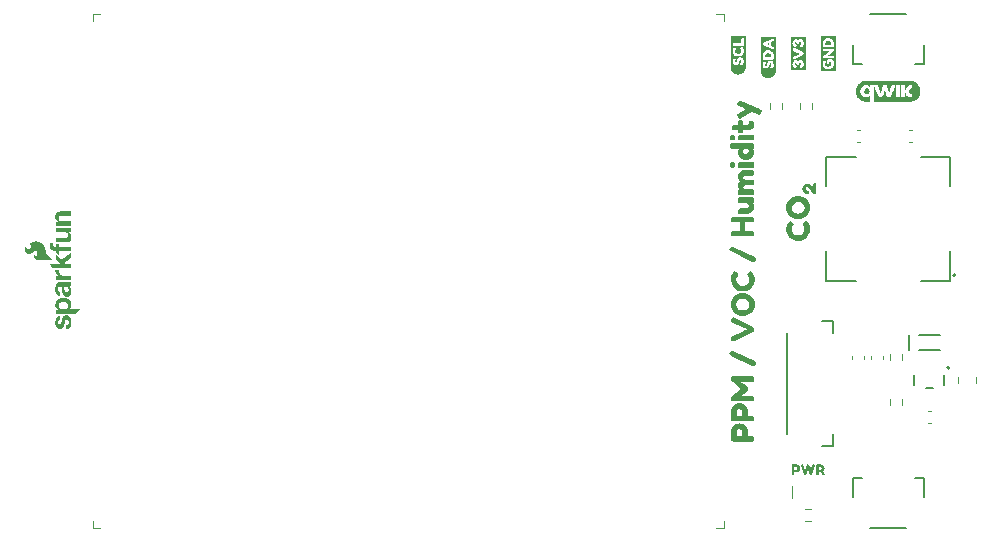
<source format=gto>
%TF.GenerationSoftware,KiCad,Pcbnew,7.0.6*%
%TF.CreationDate,2024-01-20T21:08:05-07:00*%
%TF.ProjectId,SparkFun_AirQuality_Combo,53706172-6b46-4756-9e5f-416972517561,rev?*%
%TF.SameCoordinates,Original*%
%TF.FileFunction,Legend,Top*%
%TF.FilePolarity,Positive*%
%FSLAX46Y46*%
G04 Gerber Fmt 4.6, Leading zero omitted, Abs format (unit mm)*
G04 Created by KiCad (PCBNEW 7.0.6) date 2024-01-20 21:08:05*
%MOMM*%
%LPD*%
G01*
G04 APERTURE LIST*
%ADD10C,0.203200*%
%ADD11C,0.200000*%
%ADD12C,0.120000*%
%ADD13C,0.177800*%
%ADD14C,0.100000*%
G04 APERTURE END LIST*
D10*
%TO.C,D2*%
X75382500Y16817500D02*
X75382500Y15567500D01*
X76252500Y16817500D02*
X78052500Y16817500D01*
X76252500Y15567500D02*
X78052500Y15567500D01*
%TO.C,kibuzzard-65A8A702*%
G36*
X61598175Y40884157D02*
G01*
X61598175Y39995792D01*
X61598175Y39657972D01*
X61598175Y39499222D01*
X61595102Y39436670D01*
X61585913Y39374721D01*
X61570695Y39313970D01*
X61549597Y39255003D01*
X61522820Y39198389D01*
X61490623Y39144671D01*
X61453316Y39094369D01*
X61411258Y39047965D01*
X61364854Y39005907D01*
X61314551Y38968599D01*
X61260834Y38936402D01*
X61204219Y38909626D01*
X61145252Y38888527D01*
X61084502Y38873310D01*
X61022552Y38864120D01*
X60960000Y38861048D01*
X60897448Y38864120D01*
X60835498Y38873310D01*
X60774748Y38888527D01*
X60715781Y38909626D01*
X60659166Y38936402D01*
X60605449Y38968599D01*
X60555146Y39005907D01*
X60508742Y39047965D01*
X60466684Y39094369D01*
X60429377Y39144671D01*
X60397180Y39198389D01*
X60370403Y39255003D01*
X60349305Y39313970D01*
X60334087Y39374721D01*
X60324898Y39436670D01*
X60321825Y39499222D01*
X60321825Y39657972D01*
X60321825Y39984362D01*
X60480575Y39984362D01*
X60489818Y39895392D01*
X60517546Y39819827D01*
X60563760Y39757667D01*
X60622392Y39711454D01*
X60687373Y39683725D01*
X60758705Y39674482D01*
X60834111Y39682579D01*
X60897770Y39706867D01*
X60947776Y39743221D01*
X60982225Y39787512D01*
X61007149Y39837677D01*
X61028580Y39891652D01*
X61045566Y39945627D01*
X61057155Y39995792D01*
X61085730Y40076437D01*
X61134625Y40108822D01*
X61188247Y40095699D01*
X61220421Y40056329D01*
X61231145Y39990712D01*
X61211460Y39929752D01*
X61170185Y39878952D01*
X61122560Y39822437D01*
X61106685Y39779892D01*
X61137165Y39712582D01*
X61185266Y39671625D01*
X61222890Y39657972D01*
X61295915Y39690992D01*
X61309885Y39702422D01*
X61348620Y39739252D01*
X61388625Y39796402D01*
X61424820Y39882762D01*
X61435774Y39937690D01*
X61439425Y39995792D01*
X61431946Y40072134D01*
X61409509Y40145370D01*
X61372115Y40215502D01*
X61330681Y40263762D01*
X61274960Y40301862D01*
X61207174Y40326627D01*
X61129545Y40334882D01*
X61053504Y40326786D01*
X60990480Y40302497D01*
X60942379Y40266144D01*
X60911105Y40221852D01*
X60889991Y40171370D01*
X60872370Y40116442D01*
X60858559Y40061515D01*
X60848875Y40011032D01*
X60819665Y39930387D01*
X60763150Y39898002D01*
X60708540Y39925307D01*
X60688855Y39993887D01*
X60705365Y40061832D01*
X60721875Y40081517D01*
X60734575Y40096122D01*
X60759975Y40162162D01*
X60744100Y40207247D01*
X60696475Y40251062D01*
X60626625Y40281542D01*
X60564395Y40242172D01*
X60540265Y40210422D01*
X60500260Y40123427D01*
X60485496Y40057229D01*
X60480575Y39984362D01*
X60321825Y39984362D01*
X60321825Y40883522D01*
X60486925Y40883522D01*
X60494545Y40799844D01*
X60517405Y40716447D01*
X60555505Y40633332D01*
X60595351Y40570944D01*
X60643770Y40515857D01*
X60703460Y40469026D01*
X60777120Y40431402D01*
X60862369Y40406637D01*
X60956825Y40398382D01*
X61052234Y40406796D01*
X61140340Y40432037D01*
X61217175Y40470296D01*
X61278770Y40517762D01*
X61328618Y40573166D01*
X61370210Y40635237D01*
X61402278Y40699690D01*
X61423550Y40762237D01*
X61435456Y40823515D01*
X61439425Y40884157D01*
X61434345Y40945594D01*
X61419105Y41009252D01*
X61386085Y41094977D01*
X61359415Y41138792D01*
X61327665Y41178797D01*
X61283215Y41195942D01*
X61212095Y41168002D01*
X61158755Y41123870D01*
X61140975Y41082912D01*
X61166375Y41021952D01*
X61182885Y40999092D01*
X61203205Y40948927D01*
X61213365Y40874632D01*
X61199395Y40792400D01*
X61157485Y40713342D01*
X61077475Y40648572D01*
X61023341Y40629522D01*
X60962540Y40623172D01*
X60901739Y40629522D01*
X60847605Y40648572D01*
X60768865Y40712072D01*
X60726002Y40792717D01*
X60711715Y40874632D01*
X60722510Y40954642D01*
X60754895Y41016872D01*
X60782835Y41081642D01*
X60765690Y41123552D01*
X60714255Y41170542D01*
X60643770Y41197212D01*
X60583445Y41164192D01*
X60560585Y41128632D01*
X60542805Y41098152D01*
X60505340Y41004807D01*
X60491529Y40943689D01*
X60486925Y40883522D01*
X60321825Y40883522D01*
X60321825Y41392792D01*
X60495815Y41392792D01*
X60504387Y41327387D01*
X60530105Y41293732D01*
X60563760Y41281667D01*
X60607575Y41279762D01*
X61313695Y41279762D01*
X61378465Y41287382D01*
X61414660Y41321037D01*
X61426725Y41391522D01*
X61426725Y41848722D01*
X61414025Y41914762D01*
X61386085Y41936352D01*
X61332110Y41942702D01*
X61278135Y41936352D01*
X61248290Y41910952D01*
X61238765Y41849992D01*
X61238765Y41504552D01*
X60608845Y41504552D01*
X60542805Y41498202D01*
X60507563Y41463595D01*
X60495815Y41392792D01*
X60321825Y41392792D01*
X60321825Y41942702D01*
X60321825Y42101452D01*
X61598175Y42101452D01*
X61598175Y41942702D01*
X61598175Y41848722D01*
X61598175Y40884157D01*
G37*
%TO.C,U1*%
X68990000Y18000000D02*
X68990000Y16950000D01*
X68040000Y18000000D02*
X68990000Y18000000D01*
X65110000Y16950000D02*
X65110000Y8450000D01*
X68990000Y8450000D02*
X68990000Y7400000D01*
X68040000Y7400000D02*
X68990000Y7400000D01*
%TO.C,U5*%
X78422500Y13446900D02*
X78422500Y12588100D01*
X75882500Y12588100D02*
X75882500Y13446900D01*
X77420900Y12308700D02*
X76884100Y12308700D01*
D11*
X78852700Y14033500D02*
G75*
G03*
X78852700Y14033500I-100000J0D01*
G01*
D12*
%TO.C,C4*%
X75424420Y34165000D02*
X75705580Y34165000D01*
X75424420Y33145000D02*
X75705580Y33145000D01*
%TO.C,D1*%
X65478200Y3992500D02*
X65478200Y2992500D01*
%TO.C,kibuzzard-65A75D38*%
G36*
X65511045Y26416317D02*
G01*
X65620344Y26316464D01*
X65656777Y26227405D01*
X65597405Y26089769D01*
X65528587Y25957530D01*
X65505647Y25787509D01*
X65536008Y25613439D01*
X65627091Y25442069D01*
X65794414Y25307131D01*
X65909448Y25266650D01*
X66038651Y25253156D01*
X66167853Y25266650D01*
X66282887Y25307131D01*
X66452909Y25444767D01*
X66541968Y25612765D01*
X66571654Y25787509D01*
X66550064Y25945386D01*
X66506884Y26051986D01*
X66471800Y26100564D01*
X66417825Y26230104D01*
X66455607Y26317138D01*
X66568955Y26410920D01*
X66720085Y26470293D01*
X66814541Y26433859D01*
X66882010Y26348849D01*
X66938684Y26255742D01*
X67008851Y26073576D01*
X67041236Y25938301D01*
X67052031Y25807749D01*
X67043598Y25678884D01*
X67018297Y25548669D01*
X66973093Y25415756D01*
X66904949Y25278794D01*
X66816565Y25146893D01*
X66710639Y25029160D01*
X66579750Y24928294D01*
X66416476Y24846994D01*
X66229250Y24793357D01*
X66026506Y24775477D01*
X65825787Y24793019D01*
X65644633Y24845645D01*
X65488106Y24925595D01*
X65361264Y25025112D01*
X65258375Y25142170D01*
X65173701Y25274746D01*
X65092739Y25451364D01*
X65044161Y25628582D01*
X65027969Y25806400D01*
X65037752Y25934253D01*
X65067101Y26064131D01*
X65146714Y26262489D01*
X65184496Y26327259D01*
X65233074Y26402824D01*
X65361264Y26472991D01*
X65511045Y26416317D01*
G37*
G36*
X67038875Y27395542D02*
G01*
X66983213Y27213461D01*
X66890444Y27046729D01*
X66760566Y26895346D01*
X66605051Y26769601D01*
X66435367Y26679783D01*
X66251515Y26625892D01*
X66053494Y26607929D01*
X65836582Y26628169D01*
X65633838Y26688891D01*
X65454034Y26783347D01*
X65305940Y26904791D01*
X65187870Y27049849D01*
X65098136Y27215147D01*
X65041463Y27393265D01*
X65022571Y27576780D01*
X65023328Y27584876D01*
X65500250Y27584876D01*
X65537695Y27402711D01*
X65650031Y27239436D01*
X65759930Y27153976D01*
X65889920Y27102700D01*
X66040000Y27085607D01*
X66190080Y27102850D01*
X66320070Y27154576D01*
X66429969Y27240786D01*
X66542305Y27405072D01*
X66579750Y27587575D01*
X66543317Y27769741D01*
X66434017Y27933015D01*
X66325768Y28018475D01*
X66195328Y28069752D01*
X66042699Y28086844D01*
X65889770Y28069602D01*
X65758430Y28017876D01*
X65648681Y27931666D01*
X65537358Y27767379D01*
X65500250Y27584876D01*
X65023328Y27584876D01*
X65040619Y27769909D01*
X65094763Y27949882D01*
X65185002Y28116699D01*
X65311337Y28270359D01*
X65464407Y28399055D01*
X65634850Y28490982D01*
X65822666Y28546137D01*
X66027856Y28564523D01*
X66233804Y28546981D01*
X66423897Y28494355D01*
X66598135Y28406646D01*
X66756518Y28283852D01*
X66888167Y28135421D01*
X66982201Y27970797D01*
X67038622Y27789981D01*
X67057429Y27592972D01*
X67056922Y27587575D01*
X67038875Y27395542D01*
G37*
%TO.C,kibuzzard-65A8A70D*%
G36*
X66679445Y40646985D02*
G01*
X66679445Y39754175D01*
X66679445Y39402385D01*
X66679445Y39243635D01*
X65400555Y39243635D01*
X65400555Y39402385D01*
X65400555Y39754175D01*
X65559305Y39754175D01*
X65563750Y39691151D01*
X65577085Y39634160D01*
X65616455Y39550340D01*
X65666620Y39497635D01*
X65706625Y39469695D01*
X65792985Y39440485D01*
X65838387Y39456360D01*
X65878075Y39503985D01*
X65900935Y39573835D01*
X65885060Y39622095D01*
X65837435Y39657655D01*
X65822195Y39665275D01*
X65791715Y39698295D01*
X65776475Y39770050D01*
X65800605Y39840535D01*
X65851405Y39865935D01*
X65888552Y39841805D01*
X65900935Y39769415D01*
X65907285Y39703375D01*
X65941893Y39668132D01*
X66012695Y39656385D01*
X66077783Y39664957D01*
X66110485Y39690675D01*
X66123185Y39723695D01*
X66125725Y39781480D01*
X66151760Y39855140D01*
X66212085Y39886255D01*
X66273680Y39854505D01*
X66294159Y39813865D01*
X66300985Y39755445D01*
X66293365Y39702105D01*
X66232405Y39632255D01*
X66166365Y39594155D01*
X66153665Y39526845D01*
X66172080Y39433500D01*
X66227325Y39402385D01*
X66295905Y39416355D01*
X66308605Y39418895D01*
X66341625Y39432865D01*
X66392108Y39464297D01*
X66431795Y39500175D01*
X66481184Y39573553D01*
X66510817Y39658219D01*
X66520695Y39754175D01*
X66510888Y39850836D01*
X66481466Y39935926D01*
X66432430Y40009445D01*
X66368295Y40065889D01*
X66293577Y40099756D01*
X66208275Y40111045D01*
X66143505Y40100567D01*
X66086355Y40069135D01*
X66045080Y40029130D01*
X66017775Y39991665D01*
X66008885Y39991665D01*
X65969021Y40046698D01*
X65915469Y40079718D01*
X65848230Y40090725D01*
X65776616Y40080706D01*
X65709941Y40050649D01*
X65648205Y40000555D01*
X65598816Y39933104D01*
X65569183Y39850977D01*
X65559305Y39754175D01*
X65400555Y39754175D01*
X65400555Y40300910D01*
X65565655Y40300910D01*
X65587245Y40236775D01*
X65625980Y40180577D01*
X65668525Y40161845D01*
X65729485Y40180895D01*
X66440685Y40531415D01*
X66485770Y40573960D01*
X66502915Y40634285D01*
X66502915Y40646985D01*
X66485770Y40706040D01*
X66440685Y40748585D01*
X65729485Y41099105D01*
X65668525Y41118155D01*
X65625980Y41099422D01*
X65587245Y41043225D01*
X65565655Y40968295D01*
X65599945Y40912415D01*
X65638045Y40894635D01*
X66194305Y40640635D01*
X66164936Y40626824D01*
X66097150Y40595550D01*
X66007456Y40554275D01*
X65912365Y40510460D01*
X65817274Y40466804D01*
X65727580Y40426005D01*
X65657730Y40394096D01*
X65622170Y40377110D01*
X65588515Y40356155D01*
X65570735Y40334565D01*
X65565655Y40300910D01*
X65400555Y40300910D01*
X65400555Y41520745D01*
X65559305Y41520745D01*
X65563750Y41457721D01*
X65577085Y41400730D01*
X65616455Y41316910D01*
X65666620Y41264205D01*
X65706625Y41236265D01*
X65792985Y41207055D01*
X65838387Y41222930D01*
X65878075Y41270555D01*
X65900935Y41340405D01*
X65885060Y41388665D01*
X65837435Y41424225D01*
X65822195Y41431845D01*
X65791715Y41464865D01*
X65776475Y41536620D01*
X65800605Y41607105D01*
X65851405Y41632505D01*
X65888552Y41608375D01*
X65900935Y41535985D01*
X65907285Y41469945D01*
X65941893Y41434702D01*
X66012695Y41422955D01*
X66077783Y41431527D01*
X66110485Y41457245D01*
X66123185Y41490265D01*
X66125725Y41548050D01*
X66151760Y41621710D01*
X66212085Y41652825D01*
X66273680Y41621075D01*
X66294159Y41580435D01*
X66300985Y41522015D01*
X66293365Y41468675D01*
X66232405Y41398825D01*
X66166365Y41360725D01*
X66153665Y41293415D01*
X66172080Y41200070D01*
X66227325Y41168955D01*
X66295905Y41182925D01*
X66308605Y41185465D01*
X66341625Y41199435D01*
X66392108Y41230867D01*
X66431795Y41266745D01*
X66481184Y41340123D01*
X66510817Y41424789D01*
X66520695Y41520745D01*
X66510888Y41617406D01*
X66481466Y41702496D01*
X66432430Y41776015D01*
X66368295Y41832459D01*
X66293577Y41866326D01*
X66208275Y41877615D01*
X66143505Y41867138D01*
X66086355Y41835705D01*
X66045080Y41795700D01*
X66017775Y41758235D01*
X66008885Y41758235D01*
X65969021Y41813268D01*
X65915469Y41846288D01*
X65848230Y41857295D01*
X65776616Y41847276D01*
X65709941Y41817219D01*
X65648205Y41767125D01*
X65598816Y41699674D01*
X65569183Y41617547D01*
X65559305Y41520745D01*
X65400555Y41520745D01*
X65400555Y41877615D01*
X65400555Y42036365D01*
X66679445Y42036365D01*
X66679445Y41877615D01*
X66679445Y41520745D01*
X66679445Y40646985D01*
G37*
%TO.C,L2*%
X79592500Y12756248D02*
X79592500Y13278752D01*
X81062500Y12756248D02*
X81062500Y13278752D01*
D10*
%TO.C,J1*%
X70660000Y4730000D02*
X71410000Y4730000D01*
X70660000Y3080000D02*
X70660000Y4730000D01*
X72160000Y480000D02*
X75160000Y480000D01*
X75910000Y4730000D02*
X76660000Y4730000D01*
X76660000Y4730000D02*
X76660000Y3080000D01*
%TO.C,kibuzzard-65A75DA3*%
G36*
X60553282Y15465981D02*
G01*
X62353349Y14599682D01*
X62420818Y14565947D01*
X62462648Y14525466D01*
X62482889Y14451251D01*
X62442408Y14316313D01*
X62370891Y14196219D01*
X62302073Y14165183D01*
X62167135Y14197568D01*
X60350876Y15066566D01*
X60232131Y15158323D01*
X60221336Y15221744D01*
X60264516Y15358031D01*
X60338057Y15467330D01*
X60418345Y15503763D01*
X60553282Y15465981D01*
G37*
G36*
X60553282Y24288194D02*
G01*
X62353349Y23421896D01*
X62420818Y23388161D01*
X62462648Y23347680D01*
X62482889Y23273464D01*
X62442408Y23138527D01*
X62370891Y23018432D01*
X62302073Y22987397D01*
X62167135Y23019782D01*
X60350876Y23888779D01*
X60232131Y23980537D01*
X60221336Y24043957D01*
X60264516Y24180244D01*
X60338057Y24289544D01*
X60418345Y24325977D01*
X60553282Y24288194D01*
G37*
G36*
X60576222Y31443930D02*
G01*
X60646389Y31419641D01*
X60701714Y31348124D01*
X60717906Y31211837D01*
X60701714Y31075551D01*
X60645040Y31004034D01*
X60573523Y30979745D01*
X60480416Y30975697D01*
X60387309Y30979745D01*
X60318491Y31002684D01*
X60263842Y31074201D01*
X60245625Y31213187D01*
X60263842Y31349474D01*
X60318491Y31418292D01*
X60390008Y31443930D01*
X60483115Y31447978D01*
X60576222Y31443930D01*
G37*
G36*
X60576222Y33745964D02*
G01*
X60646389Y33721675D01*
X60701714Y33650158D01*
X60717906Y33513871D01*
X60701714Y33377584D01*
X60645040Y33306067D01*
X60573523Y33281779D01*
X60480416Y33277731D01*
X60387309Y33281779D01*
X60318491Y33304718D01*
X60263842Y33376235D01*
X60245625Y33515221D01*
X60263842Y33651507D01*
X60318491Y33720326D01*
X60390008Y33745964D01*
X60483115Y33750012D01*
X60576222Y33745964D01*
G37*
G36*
X62190074Y31443930D02*
G01*
X62261591Y31418292D01*
X62314217Y31348799D01*
X62331759Y31210488D01*
X62313542Y31073527D01*
X62258893Y31002684D01*
X62188725Y30979745D01*
X62094269Y30975697D01*
X61147008Y30975697D01*
X61053901Y30979745D01*
X60982384Y31002684D01*
X60929758Y31074201D01*
X60912216Y31213187D01*
X60958095Y31396702D01*
X61074141Y31445279D01*
X61152405Y31447978D01*
X62096967Y31447978D01*
X62190074Y31443930D01*
G37*
G36*
X62190074Y33745964D02*
G01*
X62261591Y33720326D01*
X62314217Y33650833D01*
X62331759Y33512522D01*
X62313542Y33375560D01*
X62258893Y33304718D01*
X62188725Y33281779D01*
X62094269Y33277731D01*
X61147008Y33277731D01*
X61053901Y33281779D01*
X60982384Y33304718D01*
X60929758Y33376235D01*
X60912216Y33515221D01*
X60958095Y33698736D01*
X61074141Y33747313D01*
X61152405Y33750012D01*
X62096967Y33750012D01*
X62190074Y33745964D01*
G37*
G36*
X60685521Y18259187D02*
G01*
X62196821Y17514332D01*
X62292627Y17423924D01*
X62329060Y17298432D01*
X62329060Y17271444D01*
X62292627Y17143254D01*
X62196821Y17052846D01*
X60685521Y16307991D01*
X60555981Y16267509D01*
X60465573Y16307316D01*
X60383261Y16426736D01*
X60337382Y16563022D01*
X60348177Y16634539D01*
X60385960Y16680418D01*
X60457477Y16724947D01*
X60533042Y16761043D01*
X60681473Y16828849D01*
X60872072Y16915547D01*
X61074141Y17008316D01*
X61276210Y17101423D01*
X61466809Y17189132D01*
X61610855Y17255589D01*
X61673264Y17284938D01*
X60491211Y17824688D01*
X60410249Y17862471D01*
X60337382Y17981216D01*
X60383261Y18140442D01*
X60465573Y18259862D01*
X60555981Y18299668D01*
X60685521Y18259187D01*
G37*
G36*
X61187489Y36637674D02*
G01*
X61233367Y36616084D01*
X62814835Y35909012D01*
X62893099Y35872579D01*
X62944375Y35825351D01*
X62968664Y35744388D01*
X62928183Y35601354D01*
X62851268Y35481935D01*
X62760860Y35442128D01*
X62697945Y35458321D01*
X62573972Y35506898D01*
X62388939Y35587861D01*
X62142846Y35701208D01*
X61238765Y35164157D01*
X61106526Y35110182D01*
X61020166Y35146615D01*
X60933806Y35255914D01*
X60879831Y35398948D01*
X60901421Y35482609D01*
X60945951Y35529838D01*
X61020166Y35574367D01*
X61196934Y35678269D01*
X61345516Y35765978D01*
X61487200Y35850989D01*
X61621987Y35933301D01*
X61517074Y35976481D01*
X61288692Y36079033D01*
X61066382Y36180574D01*
X60979685Y36220718D01*
X60933806Y36251753D01*
X60887927Y36350258D01*
X60925710Y36500038D01*
X61003299Y36619458D01*
X61095731Y36659264D01*
X61187489Y36637674D01*
G37*
G36*
X62184677Y26823670D02*
G01*
X62256194Y26798032D01*
X62310843Y26726515D01*
X62329060Y26587529D01*
X62304097Y26437749D01*
X62229206Y26366232D01*
X62088871Y26350039D01*
X61541025Y26350039D01*
X61541025Y25634871D01*
X62091570Y25634871D01*
X62184677Y25630822D01*
X62256194Y25605184D01*
X62310843Y25533667D01*
X62329060Y25394682D01*
X62304097Y25244901D01*
X62229206Y25173384D01*
X62088871Y25157192D01*
X60591065Y25157192D01*
X60497958Y25161240D01*
X60426441Y25186878D01*
X60371792Y25258395D01*
X60353575Y25397381D01*
X60378538Y25547836D01*
X60453429Y25621377D01*
X60593764Y25634871D01*
X61144309Y25634871D01*
X61144309Y26350039D01*
X60591065Y26350039D01*
X60497958Y26354087D01*
X60426441Y26379726D01*
X60369767Y26452592D01*
X60353575Y26582132D01*
X60367069Y26706274D01*
X60399454Y26776442D01*
X60453429Y26814224D01*
X60593764Y26827718D01*
X62091570Y26827718D01*
X62184677Y26823670D01*
G37*
G36*
X62091570Y8268414D02*
G01*
X62184677Y8264366D01*
X62256194Y8238728D01*
X62310843Y8167211D01*
X62329060Y8028226D01*
X62304097Y7878445D01*
X62229206Y7806928D01*
X62088871Y7790736D01*
X60591065Y7790736D01*
X60497958Y7794784D01*
X60426441Y7820422D01*
X60371792Y7891939D01*
X60353575Y8030924D01*
X60353575Y8268414D01*
X60831254Y8268414D01*
X61308932Y8268414D01*
X61308932Y8608457D01*
X61249560Y8767683D01*
X61071442Y8845947D01*
X60891976Y8767683D01*
X60831254Y8605758D01*
X60831254Y8268414D01*
X60353575Y8268414D01*
X60353575Y8608457D01*
X60372766Y8765284D01*
X60430339Y8919113D01*
X60526295Y9069943D01*
X60624799Y9170472D01*
X60752990Y9250759D01*
X60904120Y9303385D01*
X61071442Y9320927D01*
X61238428Y9303385D01*
X61388546Y9250759D01*
X61515724Y9170472D01*
X61613891Y9069943D01*
X61709847Y8918813D01*
X61767420Y8764085D01*
X61786611Y8605758D01*
X61786611Y8268414D01*
X62091570Y8268414D01*
G37*
G36*
X62091570Y9974024D02*
G01*
X62184677Y9969976D01*
X62256194Y9944338D01*
X62310843Y9872821D01*
X62329060Y9733836D01*
X62304097Y9584055D01*
X62229206Y9512538D01*
X62088871Y9496346D01*
X60591065Y9496346D01*
X60497958Y9500394D01*
X60426441Y9526032D01*
X60371792Y9597549D01*
X60353575Y9736534D01*
X60353575Y9974024D01*
X60831254Y9974024D01*
X61308932Y9974024D01*
X61308932Y10314067D01*
X61249560Y10473293D01*
X61071442Y10551557D01*
X60891976Y10473293D01*
X60831254Y10311368D01*
X60831254Y9974024D01*
X60353575Y9974024D01*
X60353575Y10314067D01*
X60372766Y10470894D01*
X60430339Y10624723D01*
X60526295Y10775553D01*
X60624799Y10876082D01*
X60752990Y10956369D01*
X60904120Y11008995D01*
X61071442Y11026537D01*
X61238428Y11008995D01*
X61388546Y10956369D01*
X61515724Y10876082D01*
X61613891Y10775553D01*
X61709847Y10624423D01*
X61767420Y10469695D01*
X61786611Y10311368D01*
X61786611Y9974024D01*
X62091570Y9974024D01*
G37*
G36*
X62190074Y28459112D02*
G01*
X62258893Y28433474D01*
X62311518Y28361283D01*
X62329060Y28225671D01*
X62312868Y28092757D01*
X62264290Y28023264D01*
X62153641Y27996277D01*
X62207616Y27947699D01*
X62266989Y27874833D01*
X62326361Y27675126D01*
X62303422Y27503755D01*
X62234604Y27353075D01*
X62119907Y27223085D01*
X61972225Y27123381D01*
X61804453Y27063559D01*
X61616590Y27043618D01*
X61144309Y27043618D01*
X61049852Y27047666D01*
X60979685Y27070606D01*
X60925035Y27142122D01*
X60906819Y27281108D01*
X60932457Y27430889D01*
X61009371Y27502406D01*
X61147008Y27518598D01*
X61619289Y27518598D01*
X61792009Y27582019D01*
X61854080Y27752040D01*
X61789310Y27924760D01*
X61619289Y27990879D01*
X61141610Y27990879D01*
X61048503Y27994927D01*
X60976986Y28020566D01*
X60924361Y28090058D01*
X60906819Y28228369D01*
X60925035Y28365331D01*
X60979685Y28436173D01*
X61051202Y28459112D01*
X61144309Y28463161D01*
X62099666Y28463161D01*
X62190074Y28459112D01*
G37*
G36*
X62326361Y32279193D02*
G01*
X62302822Y32122066D01*
X62232205Y31974534D01*
X62114509Y31836598D01*
X61965478Y31725650D01*
X61800855Y31659080D01*
X61620638Y31636891D01*
X61440272Y31659230D01*
X61275198Y31726249D01*
X61125417Y31837947D01*
X61006972Y31976333D01*
X60935905Y32123415D01*
X60912216Y32279193D01*
X60925043Y32346662D01*
X61384498Y32346662D01*
X61458713Y32173942D01*
X61621987Y32109172D01*
X61783912Y32179339D01*
X61856779Y32349361D01*
X61783912Y32515334D01*
X61623337Y32581453D01*
X61460063Y32518032D01*
X61384498Y32346662D01*
X60925043Y32346662D01*
X60945951Y32456636D01*
X61047154Y32589549D01*
X60480416Y32589549D01*
X60387309Y32593598D01*
X60317142Y32617886D01*
X60261817Y32689403D01*
X60245625Y32825690D01*
X60261817Y32961977D01*
X60318491Y33033494D01*
X60390008Y33057782D01*
X60483115Y33061831D01*
X62094269Y33061831D01*
X62187376Y33057782D01*
X62256194Y33032144D01*
X62310843Y32954893D01*
X62329060Y32804100D01*
X62296000Y32658030D01*
X62196821Y32594947D01*
X62293976Y32459335D01*
X62313747Y32349361D01*
X62326361Y32279193D01*
G37*
G36*
X61289367Y35011003D02*
G01*
X61360209Y34956353D01*
X61383148Y34884836D01*
X61387196Y34791729D01*
X61376401Y34616311D01*
X61748829Y34616311D01*
X61854080Y34639250D01*
X61886465Y34725610D01*
X61890513Y34822765D01*
X61916151Y34894282D01*
X62096967Y34956353D01*
X62233929Y34937462D01*
X62304771Y34880788D01*
X62327711Y34809271D01*
X62331759Y34718863D01*
X62317665Y34546743D01*
X62275385Y34404609D01*
X62204917Y34292461D01*
X62100866Y34211498D01*
X61957832Y34162921D01*
X61775816Y34146728D01*
X61376401Y34146728D01*
X61384498Y34036079D01*
X61338619Y33937575D01*
X61182091Y33898443D01*
X61021516Y33911937D01*
X60949999Y33949719D01*
X60914915Y34057669D01*
X60925710Y34146728D01*
X60647739Y34146728D01*
X60555981Y34150776D01*
X60491211Y34176414D01*
X60440610Y34245907D01*
X60423742Y34384218D01*
X60448706Y34530625D01*
X60523596Y34602817D01*
X60661232Y34616311D01*
X60925710Y34616311D01*
X60914915Y34795778D01*
X60918963Y34887535D01*
X60944601Y34959052D01*
X61014094Y35011678D01*
X61152405Y35029219D01*
X61289367Y35011003D01*
G37*
G36*
X62242025Y13308330D02*
G01*
X62312868Y13231416D01*
X62329060Y13101876D01*
X62315566Y12977733D01*
X62283181Y12907566D01*
X62229206Y12869783D01*
X62088871Y12856289D01*
X61184790Y12856289D01*
X61293077Y12773303D01*
X61450617Y12659281D01*
X61598711Y12553355D01*
X61678661Y12494657D01*
X61742082Y12446079D01*
X61790659Y12379960D01*
X61821695Y12266612D01*
X61793358Y12155964D01*
X61738034Y12084447D01*
X61708347Y12062857D01*
X61602759Y11982569D01*
X61420931Y11849656D01*
X61251921Y11726862D01*
X61184790Y11676936D01*
X62094269Y11676936D01*
X62187376Y11672887D01*
X62256194Y11647249D01*
X62310843Y11574383D01*
X62329060Y11436747D01*
X62310843Y11303159D01*
X62256194Y11231642D01*
X62186026Y11206004D01*
X62088871Y11201956D01*
X60591065Y11201956D01*
X60497958Y11206004D01*
X60426441Y11231642D01*
X60373816Y11304508D01*
X60356274Y11442144D01*
X60373816Y11567636D01*
X60410249Y11636454D01*
X60426441Y11652647D01*
X61230669Y12265263D01*
X61004298Y12436580D01*
X60810959Y12583500D01*
X60650653Y12706023D01*
X60523380Y12804150D01*
X60429140Y12877879D01*
X60374490Y12955131D01*
X60356274Y13095129D01*
X60374490Y13233102D01*
X60429140Y13304282D01*
X60502006Y13329920D01*
X60596462Y13333968D01*
X62094269Y13333968D01*
X62242025Y13308330D01*
G37*
G36*
X60817760Y22139989D02*
G01*
X60927059Y22040136D01*
X60963492Y21951077D01*
X60904120Y21813441D01*
X60835302Y21681202D01*
X60812362Y21511181D01*
X60842723Y21337111D01*
X60933806Y21165741D01*
X61101129Y21030803D01*
X61216163Y20990322D01*
X61345366Y20976828D01*
X61474568Y20990322D01*
X61589602Y21030803D01*
X61759624Y21168439D01*
X61848683Y21336437D01*
X61878369Y21511181D01*
X61856779Y21669057D01*
X61813599Y21775658D01*
X61778515Y21824236D01*
X61724540Y21953776D01*
X61762322Y22040810D01*
X61875670Y22134592D01*
X62026800Y22193964D01*
X62121256Y22157531D01*
X62188725Y22072521D01*
X62245399Y21979414D01*
X62315566Y21797248D01*
X62347951Y21661973D01*
X62358746Y21531421D01*
X62350313Y21402556D01*
X62325012Y21272341D01*
X62279808Y21139428D01*
X62211664Y21002466D01*
X62123280Y20870565D01*
X62017354Y20752832D01*
X61886465Y20651966D01*
X61723191Y20570666D01*
X61535965Y20517029D01*
X61333221Y20499149D01*
X61132502Y20516691D01*
X60951348Y20569317D01*
X60794821Y20649267D01*
X60667979Y20748784D01*
X60565090Y20865842D01*
X60480416Y20998418D01*
X60399454Y21175036D01*
X60350876Y21352254D01*
X60334684Y21530072D01*
X60344467Y21657925D01*
X60373816Y21787802D01*
X60453429Y21986161D01*
X60491211Y22050931D01*
X60539789Y22126496D01*
X60667979Y22196663D01*
X60817760Y22139989D01*
G37*
G36*
X62345590Y19195231D02*
G01*
X62289928Y19013150D01*
X62197159Y18846418D01*
X62067281Y18695035D01*
X61911766Y18569290D01*
X61742082Y18479472D01*
X61558230Y18425582D01*
X61360209Y18407618D01*
X61143297Y18427859D01*
X60940553Y18488581D01*
X60760749Y18583037D01*
X60612655Y18704481D01*
X60494585Y18849538D01*
X60404851Y19014837D01*
X60348177Y19192954D01*
X60329286Y19376469D01*
X60330043Y19384566D01*
X60806965Y19384566D01*
X60844410Y19202400D01*
X60956746Y19039126D01*
X61066645Y18953665D01*
X61196635Y18902389D01*
X61346715Y18885297D01*
X61496795Y18902539D01*
X61626785Y18954265D01*
X61736684Y19040475D01*
X61849020Y19204761D01*
X61886465Y19387264D01*
X61850032Y19569430D01*
X61740732Y19732704D01*
X61632483Y19818165D01*
X61502043Y19869441D01*
X61349414Y19886533D01*
X61196485Y19869291D01*
X61065145Y19817565D01*
X60955396Y19731355D01*
X60844073Y19567069D01*
X60806965Y19384566D01*
X60330043Y19384566D01*
X60347334Y19569599D01*
X60401478Y19749572D01*
X60491717Y19916388D01*
X60618052Y20070048D01*
X60771122Y20198745D01*
X60941565Y20290671D01*
X61129381Y20345827D01*
X61334571Y20364212D01*
X61540519Y20346670D01*
X61730612Y20294044D01*
X61904850Y20206335D01*
X62063233Y20083542D01*
X62194882Y19935111D01*
X62288916Y19770487D01*
X62345337Y19589671D01*
X62364144Y19392662D01*
X62363637Y19387264D01*
X62345590Y19195231D01*
G37*
G36*
X62187376Y30755749D02*
G01*
X62258893Y30730111D01*
X62313542Y30660618D01*
X62331759Y30522307D01*
X62312868Y30385345D01*
X62256194Y30314503D01*
X62184677Y30291564D01*
X62091570Y30287516D01*
X61619289Y30287516D01*
X61443195Y30245685D01*
X61384498Y30120193D01*
X61446569Y29992002D01*
X61621987Y29958268D01*
X62094269Y29958268D01*
X62188725Y29954220D01*
X62258893Y29928582D01*
X62313542Y29857065D01*
X62331759Y29718079D01*
X62312868Y29581118D01*
X62256194Y29510276D01*
X62184677Y29487336D01*
X62091570Y29483288D01*
X61619289Y29483288D01*
X61443195Y29441457D01*
X61384498Y29315966D01*
X61443195Y29194522D01*
X61619289Y29154041D01*
X62096967Y29154041D01*
X62190074Y29149992D01*
X62261591Y29124354D01*
X62314217Y29051488D01*
X62331759Y28913852D01*
X62313542Y28776890D01*
X62258893Y28706048D01*
X62188725Y28683109D01*
X62094269Y28679061D01*
X61144309Y28679061D01*
X61051202Y28683109D01*
X60982384Y28708747D01*
X60927734Y28776890D01*
X60909517Y28900358D01*
X60958095Y29097367D01*
X61098430Y29143246D01*
X60954722Y29282906D01*
X60906819Y29448204D01*
X60932907Y29616127D01*
X61011170Y29752863D01*
X61141610Y29858414D01*
X61056599Y29929931D01*
X60959444Y30063519D01*
X60906819Y30252432D01*
X60948312Y30450790D01*
X61072792Y30614064D01*
X61207579Y30695027D01*
X61390645Y30743604D01*
X61621987Y30759797D01*
X62094269Y30759797D01*
X62187376Y30755749D01*
G37*
%TO.C,J2*%
X76660000Y39720000D02*
X75910000Y39720000D01*
X76660000Y41370000D02*
X76660000Y39720000D01*
X75160000Y43970000D02*
X72160000Y43970000D01*
X71410000Y39720000D02*
X70660000Y39720000D01*
X70660000Y39720000D02*
X70660000Y41370000D01*
%TO.C,kibuzzard-65A8A6F0*%
G36*
X63580645Y41368027D02*
G01*
X63406655Y41451847D01*
X63580645Y41536937D01*
X63580645Y41368027D01*
G37*
G36*
X63596044Y40691752D02*
G01*
X63672720Y40636507D01*
X63723679Y40558402D01*
X63740665Y40471407D01*
X63740665Y40348217D01*
X63260605Y40348217D01*
X63260605Y40470137D01*
X63277909Y40560466D01*
X63329820Y40638412D01*
X63407449Y40692229D01*
X63501905Y40710167D01*
X63596044Y40691752D01*
G37*
G36*
X64138175Y40467597D02*
G01*
X64138175Y39701787D01*
X64138175Y39363967D01*
X64138175Y39205217D01*
X64135102Y39142665D01*
X64125913Y39080716D01*
X64110695Y39019965D01*
X64089597Y38960998D01*
X64062820Y38904384D01*
X64030623Y38850666D01*
X63993316Y38800364D01*
X63951258Y38753960D01*
X63904854Y38711902D01*
X63854551Y38674594D01*
X63800834Y38642397D01*
X63744219Y38615621D01*
X63685252Y38594522D01*
X63624502Y38579305D01*
X63562552Y38570115D01*
X63500000Y38567043D01*
X63437448Y38570115D01*
X63375498Y38579305D01*
X63314748Y38594522D01*
X63255781Y38615621D01*
X63199166Y38642397D01*
X63145449Y38674594D01*
X63095146Y38711902D01*
X63048742Y38753960D01*
X63006684Y38800364D01*
X62969377Y38850666D01*
X62937180Y38904384D01*
X62910403Y38960998D01*
X62889305Y39019965D01*
X62874087Y39080716D01*
X62864898Y39142665D01*
X62861825Y39205217D01*
X62861825Y39363967D01*
X62861825Y39690357D01*
X63020575Y39690357D01*
X63029818Y39601387D01*
X63057546Y39525822D01*
X63103760Y39463662D01*
X63162392Y39417449D01*
X63227373Y39389720D01*
X63298705Y39380477D01*
X63374111Y39388574D01*
X63437770Y39412862D01*
X63487776Y39449216D01*
X63522225Y39493507D01*
X63547149Y39543672D01*
X63568580Y39597647D01*
X63585566Y39651622D01*
X63597155Y39701787D01*
X63625730Y39782432D01*
X63674625Y39814817D01*
X63728247Y39801694D01*
X63760421Y39762324D01*
X63771145Y39696707D01*
X63751460Y39635747D01*
X63710185Y39584947D01*
X63662560Y39528432D01*
X63646685Y39485887D01*
X63677165Y39418577D01*
X63725266Y39377620D01*
X63762890Y39363967D01*
X63835915Y39396987D01*
X63849885Y39408417D01*
X63888620Y39445247D01*
X63928625Y39502397D01*
X63964820Y39588757D01*
X63975774Y39643685D01*
X63979425Y39701787D01*
X63971946Y39778129D01*
X63949509Y39851365D01*
X63912115Y39921497D01*
X63870681Y39969757D01*
X63814960Y40007857D01*
X63747174Y40032622D01*
X63669545Y40040877D01*
X63593504Y40032781D01*
X63530480Y40008492D01*
X63482379Y39972139D01*
X63451105Y39927847D01*
X63429991Y39877365D01*
X63412370Y39822437D01*
X63398559Y39767510D01*
X63388875Y39717027D01*
X63359665Y39636382D01*
X63303150Y39603997D01*
X63248540Y39631302D01*
X63228855Y39699882D01*
X63245365Y39767827D01*
X63261875Y39787512D01*
X63274575Y39802117D01*
X63299975Y39868157D01*
X63284100Y39913242D01*
X63236475Y39957057D01*
X63166625Y39987537D01*
X63104395Y39948167D01*
X63080265Y39916417D01*
X63040260Y39829422D01*
X63025496Y39763224D01*
X63020575Y39690357D01*
X62861825Y39690357D01*
X62861825Y40236457D01*
X63034545Y40236457D01*
X63043117Y40171052D01*
X63068835Y40137397D01*
X63101855Y40125332D01*
X63146305Y40123427D01*
X63852425Y40123427D01*
X63933705Y40138667D01*
X63957518Y40172322D01*
X63965455Y40235187D01*
X63965455Y40467597D01*
X63956803Y40561141D01*
X63930848Y40647461D01*
X63887588Y40726558D01*
X63827025Y40798432D01*
X63754357Y40858162D01*
X63674784Y40900826D01*
X63588305Y40926425D01*
X63494920Y40934957D01*
X63401893Y40926226D01*
X63316485Y40900032D01*
X63238697Y40856376D01*
X63168530Y40795257D01*
X63110467Y40722629D01*
X63068994Y40644445D01*
X63044110Y40560704D01*
X63035815Y40471407D01*
X63034545Y40236457D01*
X62861825Y40236457D01*
X62861825Y41453117D01*
X63035815Y41453117D01*
X63053595Y41392792D01*
X63100585Y41350247D01*
X63810515Y41007347D01*
X63875285Y40985757D01*
X63918465Y41004172D01*
X63956565Y41059417D01*
X63978155Y41127362D01*
X63966090Y41168002D01*
X63942595Y41190862D01*
X63905765Y41210547D01*
X63768605Y41276587D01*
X63768605Y41628377D01*
X63905765Y41694417D01*
X63943865Y41714102D01*
X63967995Y41736962D01*
X63979425Y41777602D01*
X63957835Y41845547D01*
X63918783Y41900792D01*
X63875285Y41919207D01*
X63810515Y41897617D01*
X63101855Y41554717D01*
X63052325Y41512807D01*
X63035815Y41453117D01*
X62861825Y41453117D01*
X62861825Y41919207D01*
X62861825Y42077957D01*
X64138175Y42077957D01*
X64138175Y41919207D01*
X64138175Y41777602D01*
X64138175Y40467597D01*
G37*
%TO.C,G\u002A\u002A\u002A*%
G36*
X4479803Y23294838D02*
G01*
X3899717Y22938515D01*
X4032975Y22800377D01*
X4479803Y22800377D01*
X4479803Y22443821D01*
X2882563Y22443821D01*
X2687033Y22800377D01*
X3648885Y22800377D01*
X3181611Y23249877D01*
X3181611Y23671726D01*
X3658993Y23181912D01*
X4479803Y23726679D01*
X4479803Y23294838D01*
G37*
G36*
X3487857Y22292934D02*
G01*
X3485478Y22278261D01*
X3483360Y22262423D01*
X3481542Y22245767D01*
X3480062Y22228643D01*
X3478957Y22211400D01*
X3478266Y22194385D01*
X3478028Y22177947D01*
X3478568Y22153746D01*
X3480171Y22130557D01*
X3482810Y22108366D01*
X3486461Y22087156D01*
X3491098Y22066910D01*
X3496695Y22047614D01*
X3503226Y22029251D01*
X3510665Y22011805D01*
X3518987Y21995259D01*
X3528166Y21979598D01*
X3538177Y21964806D01*
X3548993Y21950866D01*
X3560589Y21937763D01*
X3572939Y21925481D01*
X3586017Y21914003D01*
X3599799Y21903313D01*
X3614257Y21893395D01*
X3629366Y21884234D01*
X3645101Y21875813D01*
X3661436Y21868116D01*
X3678345Y21861127D01*
X3695803Y21854830D01*
X3713783Y21849209D01*
X3732260Y21844248D01*
X3751208Y21839931D01*
X3770602Y21836241D01*
X3810623Y21830681D01*
X3852118Y21827439D01*
X3894880Y21826387D01*
X4479846Y21826387D01*
X4479846Y21469831D01*
X3242183Y21469831D01*
X3181653Y21808844D01*
X3422842Y21808844D01*
X3422842Y21813724D01*
X3407678Y21820376D01*
X3392820Y21827601D01*
X3378281Y21835381D01*
X3364072Y21843701D01*
X3350204Y21852542D01*
X3336689Y21861890D01*
X3323537Y21871726D01*
X3310761Y21882036D01*
X3298373Y21892801D01*
X3286382Y21904005D01*
X3274802Y21915632D01*
X3263643Y21927665D01*
X3252916Y21940088D01*
X3242634Y21952884D01*
X3232808Y21966035D01*
X3223449Y21979527D01*
X3214568Y21993341D01*
X3206177Y22007462D01*
X3198288Y22021873D01*
X3190911Y22036556D01*
X3184059Y22051497D01*
X3177743Y22066677D01*
X3171974Y22082080D01*
X3166764Y22097691D01*
X3162123Y22113491D01*
X3158065Y22129465D01*
X3154599Y22145596D01*
X3151738Y22161867D01*
X3149493Y22178261D01*
X3147875Y22194763D01*
X3146895Y22211355D01*
X3146566Y22228021D01*
X3146627Y22233198D01*
X3146805Y22238318D01*
X3147097Y22243386D01*
X3147498Y22248405D01*
X3148607Y22258309D01*
X3150096Y22268059D01*
X3151927Y22277684D01*
X3154066Y22287212D01*
X3156473Y22296673D01*
X3159114Y22306094D01*
X3490459Y22306094D01*
X3487857Y22292934D01*
G37*
G36*
X2961512Y24550267D02*
G01*
X2959938Y24533979D01*
X2958619Y24517570D01*
X2957548Y24501107D01*
X2956722Y24484655D01*
X2956137Y24468279D01*
X2955789Y24452045D01*
X2955674Y24436017D01*
X2956152Y24418333D01*
X2956757Y24410010D01*
X2957613Y24402029D01*
X2958724Y24394384D01*
X2960096Y24387072D01*
X2961734Y24380088D01*
X2963644Y24373429D01*
X2965829Y24367090D01*
X2968295Y24361068D01*
X2971047Y24355357D01*
X2974091Y24349954D01*
X2977431Y24344855D01*
X2981072Y24340056D01*
X2985020Y24335552D01*
X2989279Y24331339D01*
X2993855Y24327414D01*
X2998752Y24323772D01*
X3003976Y24320409D01*
X3009532Y24317321D01*
X3015425Y24314504D01*
X3021659Y24311953D01*
X3028240Y24309665D01*
X3035174Y24307635D01*
X3042464Y24305860D01*
X3050117Y24304334D01*
X3058136Y24303055D01*
X3066528Y24302017D01*
X3084449Y24300651D01*
X3103920Y24300203D01*
X3181644Y24300203D01*
X3181644Y24546156D01*
X3420161Y24546156D01*
X3420161Y24300203D01*
X4479953Y24300203D01*
X4479953Y23943647D01*
X3420161Y23943647D01*
X3420161Y23591971D01*
X3181644Y23835019D01*
X3181644Y23943647D01*
X3081497Y23943647D01*
X3060024Y23944067D01*
X3038967Y23945327D01*
X3018343Y23947428D01*
X2998170Y23950371D01*
X2978464Y23954157D01*
X2959244Y23958787D01*
X2940527Y23964261D01*
X2922331Y23970581D01*
X2904672Y23977747D01*
X2887568Y23985760D01*
X2871037Y23994622D01*
X2855096Y24004332D01*
X2839763Y24014892D01*
X2825054Y24026303D01*
X2810989Y24038565D01*
X2797583Y24051680D01*
X2784854Y24065648D01*
X2772820Y24080470D01*
X2761498Y24096148D01*
X2750906Y24112681D01*
X2741062Y24130071D01*
X2731981Y24148319D01*
X2723683Y24167425D01*
X2716184Y24187391D01*
X2709502Y24208217D01*
X2703654Y24229904D01*
X2698658Y24252453D01*
X2694532Y24275865D01*
X2691292Y24300141D01*
X2688956Y24325281D01*
X2687542Y24351287D01*
X2687066Y24378160D01*
X2687396Y24401762D01*
X2688285Y24425539D01*
X2689585Y24449393D01*
X2691147Y24473224D01*
X2694468Y24520429D01*
X2695928Y24543607D01*
X2697058Y24566371D01*
X2963342Y24566371D01*
X2961512Y24550267D01*
G37*
G36*
X4479878Y25525124D02*
G01*
X4298986Y25525124D01*
X4298986Y25517572D01*
X4312638Y25508930D01*
X4325822Y25499916D01*
X4338541Y25490543D01*
X4350795Y25480825D01*
X4362589Y25470774D01*
X4373923Y25460402D01*
X4384801Y25449724D01*
X4395224Y25438752D01*
X4405195Y25427498D01*
X4414717Y25415976D01*
X4423790Y25404199D01*
X4432418Y25392180D01*
X4448348Y25367466D01*
X4462523Y25341937D01*
X4474963Y25315699D01*
X4485685Y25288852D01*
X4494707Y25261503D01*
X4502048Y25233752D01*
X4507726Y25205706D01*
X4511759Y25177465D01*
X4514166Y25149135D01*
X4514964Y25120819D01*
X4514342Y25086104D01*
X4512490Y25053017D01*
X4509426Y25021524D01*
X4505171Y24991589D01*
X4499743Y24963179D01*
X4493161Y24936259D01*
X4485445Y24910794D01*
X4476614Y24886751D01*
X4466687Y24864093D01*
X4455684Y24842788D01*
X4443624Y24822801D01*
X4430526Y24804096D01*
X4416410Y24786640D01*
X4401294Y24770398D01*
X4385198Y24755336D01*
X4368142Y24741419D01*
X4350144Y24728612D01*
X4331224Y24716882D01*
X4311401Y24706193D01*
X4290694Y24696512D01*
X4269123Y24687803D01*
X4246707Y24680032D01*
X4223465Y24673165D01*
X4199416Y24667167D01*
X4148977Y24657642D01*
X4095542Y24651179D01*
X4039267Y24647504D01*
X3980305Y24646341D01*
X3181685Y24646341D01*
X3181685Y25003012D01*
X3914779Y25003012D01*
X3953551Y25003730D01*
X3989792Y25005931D01*
X4023505Y25009684D01*
X4054696Y25015058D01*
X4083368Y25022123D01*
X4109526Y25030949D01*
X4121663Y25036044D01*
X4133172Y25041605D01*
X4144056Y25047641D01*
X4154313Y25054160D01*
X4163944Y25061171D01*
X4172951Y25068683D01*
X4181333Y25076705D01*
X4189091Y25085245D01*
X4196225Y25094312D01*
X4202736Y25103915D01*
X4208625Y25114061D01*
X4213891Y25124761D01*
X4218536Y25136022D01*
X4222560Y25147854D01*
X4225964Y25160264D01*
X4228748Y25173262D01*
X4230912Y25186857D01*
X4232457Y25201056D01*
X4233384Y25215870D01*
X4233693Y25231305D01*
X4233375Y25249127D01*
X4232415Y25266305D01*
X4230805Y25282843D01*
X4228535Y25298748D01*
X4225598Y25314024D01*
X4221985Y25328676D01*
X4217686Y25342709D01*
X4212693Y25356130D01*
X4206998Y25368941D01*
X4200592Y25381150D01*
X4193465Y25392761D01*
X4185611Y25403779D01*
X4177019Y25414210D01*
X4167681Y25424057D01*
X4157588Y25433328D01*
X4146732Y25442026D01*
X4135105Y25450158D01*
X4122696Y25457727D01*
X4109498Y25464740D01*
X4095503Y25471201D01*
X4080700Y25477115D01*
X4065082Y25482488D01*
X4048641Y25487326D01*
X4031366Y25491632D01*
X4013250Y25495412D01*
X3994284Y25498671D01*
X3974459Y25501415D01*
X3953767Y25503648D01*
X3932199Y25505377D01*
X3909746Y25506605D01*
X3862150Y25507581D01*
X3181685Y25507581D01*
X3181685Y25864253D01*
X4479878Y25864253D01*
X4479878Y25525124D01*
G37*
G36*
X4479926Y26922390D02*
G01*
X3746832Y26922390D01*
X3708059Y26921670D01*
X3671815Y26919461D01*
X3638095Y26915697D01*
X3606897Y26910308D01*
X3578216Y26903225D01*
X3552049Y26894379D01*
X3539907Y26889274D01*
X3528391Y26883702D01*
X3517503Y26877656D01*
X3507240Y26871126D01*
X3497603Y26864103D01*
X3488591Y26856580D01*
X3480204Y26848548D01*
X3472441Y26839998D01*
X3465302Y26830921D01*
X3458786Y26821309D01*
X3452892Y26811153D01*
X3447622Y26800445D01*
X3442973Y26789176D01*
X3438945Y26777337D01*
X3435538Y26764920D01*
X3432752Y26751917D01*
X3430586Y26738318D01*
X3429039Y26724115D01*
X3428111Y26709300D01*
X3427802Y26693864D01*
X3428120Y26676064D01*
X3429080Y26658907D01*
X3430690Y26642388D01*
X3432960Y26626503D01*
X3435897Y26611246D01*
X3439512Y26596612D01*
X3443811Y26582596D01*
X3448805Y26569192D01*
X3454502Y26556396D01*
X3460910Y26544203D01*
X3468039Y26532607D01*
X3475896Y26521603D01*
X3484492Y26511186D01*
X3493834Y26501350D01*
X3503931Y26492092D01*
X3514792Y26483404D01*
X3526425Y26475284D01*
X3538840Y26467724D01*
X3552045Y26460721D01*
X3566049Y26454268D01*
X3580861Y26448362D01*
X3596488Y26442995D01*
X3612941Y26438165D01*
X3630227Y26433865D01*
X3648356Y26430090D01*
X3667336Y26426835D01*
X3687176Y26424094D01*
X3707884Y26421864D01*
X3729470Y26420138D01*
X3751941Y26418912D01*
X3799578Y26417937D01*
X4479926Y26417937D01*
X4479926Y26061149D01*
X3181733Y26061149D01*
X3181733Y26400045D01*
X3362509Y26400045D01*
X3362509Y26407714D01*
X3348867Y26416366D01*
X3335693Y26425388D01*
X3322984Y26434767D01*
X3310738Y26444490D01*
X3298952Y26454544D01*
X3287625Y26464917D01*
X3276755Y26475596D01*
X3266338Y26486567D01*
X3256372Y26497819D01*
X3246857Y26509338D01*
X3237788Y26521111D01*
X3229164Y26533127D01*
X3213243Y26557831D01*
X3199073Y26583349D01*
X3186639Y26609577D01*
X3175921Y26636413D01*
X3166901Y26663755D01*
X3159561Y26691501D01*
X3153884Y26719547D01*
X3149852Y26747792D01*
X3147445Y26776133D01*
X3146647Y26804467D01*
X3147269Y26839182D01*
X3149123Y26872269D01*
X3152188Y26903762D01*
X3156445Y26933697D01*
X3161876Y26962107D01*
X3168461Y26989027D01*
X3176180Y27014491D01*
X3185014Y27038535D01*
X3194944Y27061192D01*
X3205951Y27082497D01*
X3218014Y27102485D01*
X3231116Y27121190D01*
X3245236Y27138646D01*
X3260355Y27154887D01*
X3276454Y27169950D01*
X3293513Y27183867D01*
X3311514Y27196673D01*
X3330436Y27208404D01*
X3350261Y27219093D01*
X3370968Y27228774D01*
X3392540Y27237483D01*
X3414956Y27245254D01*
X3438197Y27252121D01*
X3462244Y27258118D01*
X3512678Y27267644D01*
X3566103Y27274107D01*
X3622364Y27277782D01*
X3681306Y27278945D01*
X4479926Y27278945D01*
X4479926Y26922390D01*
G37*
G36*
X3909218Y19942673D02*
G01*
X3972901Y19936043D01*
X4035167Y19924985D01*
X4095574Y19909492D01*
X4153682Y19889554D01*
X4209049Y19865167D01*
X4235567Y19851302D01*
X4261235Y19836322D01*
X4285997Y19820225D01*
X4309799Y19803011D01*
X4332585Y19784679D01*
X4354300Y19765228D01*
X4374890Y19744657D01*
X4394298Y19722965D01*
X4412471Y19700152D01*
X4429352Y19676215D01*
X4444887Y19651155D01*
X4459021Y19624971D01*
X4471698Y19597661D01*
X4482864Y19569225D01*
X4492463Y19539661D01*
X4500440Y19508970D01*
X4506741Y19477149D01*
X4511309Y19444198D01*
X4514091Y19410117D01*
X4515030Y19374903D01*
X4514237Y19345401D01*
X4511865Y19316318D01*
X4507926Y19287710D01*
X4502432Y19259638D01*
X4495394Y19232160D01*
X4486823Y19205333D01*
X4476732Y19179217D01*
X4465131Y19153871D01*
X4452033Y19129352D01*
X4437449Y19105720D01*
X4421390Y19083032D01*
X4403868Y19061348D01*
X4384895Y19040726D01*
X4364482Y19021224D01*
X4342641Y19002902D01*
X4319384Y18985817D01*
X4319384Y18980589D01*
X5254051Y18980589D01*
X4936879Y18624033D01*
X3834565Y18624033D01*
X3242164Y18624033D01*
X3181751Y18963162D01*
X3347423Y18963162D01*
X3347423Y18968158D01*
X3334469Y18976549D01*
X3321983Y18985228D01*
X3309962Y18994191D01*
X3298402Y19003432D01*
X3287300Y19012946D01*
X3276651Y19022729D01*
X3266452Y19032775D01*
X3256700Y19043079D01*
X3247389Y19053636D01*
X3238517Y19064442D01*
X3230080Y19075491D01*
X3222074Y19086778D01*
X3214495Y19098298D01*
X3207339Y19110047D01*
X3200604Y19122018D01*
X3194284Y19134208D01*
X3188376Y19146610D01*
X3182877Y19159221D01*
X3173089Y19185046D01*
X3164890Y19211644D01*
X3158248Y19238973D01*
X3153135Y19266993D01*
X3151864Y19277080D01*
X3415272Y19277080D01*
X3415877Y19255638D01*
X3417666Y19235108D01*
X3420601Y19215476D01*
X3424645Y19196726D01*
X3429759Y19178843D01*
X3435907Y19161812D01*
X3443050Y19145618D01*
X3451150Y19130245D01*
X3460170Y19115678D01*
X3470072Y19101902D01*
X3480818Y19088902D01*
X3492370Y19076662D01*
X3504691Y19065168D01*
X3517743Y19054403D01*
X3531488Y19044354D01*
X3545888Y19035005D01*
X3560905Y19026339D01*
X3576502Y19018344D01*
X3592641Y19011002D01*
X3609284Y19004299D01*
X3626393Y18998219D01*
X3643931Y18992749D01*
X3661859Y18987871D01*
X3680141Y18983571D01*
X3717611Y18976645D01*
X3756041Y18971849D01*
X3795126Y18969060D01*
X3834565Y18968158D01*
X3873938Y18969113D01*
X3912794Y18972049D01*
X3950855Y18977070D01*
X3987841Y18984279D01*
X4023473Y18993782D01*
X4057472Y19005683D01*
X4089558Y19020086D01*
X4104797Y19028259D01*
X4119453Y19037096D01*
X4133491Y19046610D01*
X4146876Y19056816D01*
X4159574Y19067725D01*
X4171549Y19079351D01*
X4182767Y19091707D01*
X4193193Y19104805D01*
X4202791Y19118660D01*
X4211527Y19133284D01*
X4219366Y19148689D01*
X4226273Y19164890D01*
X4232214Y19181898D01*
X4237152Y19199728D01*
X4241054Y19218392D01*
X4243884Y19237903D01*
X4245608Y19258275D01*
X4246190Y19279519D01*
X4245608Y19300951D01*
X4243884Y19321469D01*
X4241054Y19341091D01*
X4237152Y19359830D01*
X4232214Y19377702D01*
X4226273Y19394722D01*
X4219366Y19410906D01*
X4211527Y19426269D01*
X4202791Y19440826D01*
X4193193Y19454592D01*
X4182767Y19467582D01*
X4171549Y19479812D01*
X4159574Y19491298D01*
X4146876Y19502053D01*
X4133491Y19512094D01*
X4119453Y19521435D01*
X4104797Y19530092D01*
X4089558Y19538080D01*
X4073772Y19545415D01*
X4057472Y19552111D01*
X4040694Y19558184D01*
X4023473Y19563649D01*
X4005844Y19568521D01*
X3987841Y19572815D01*
X3950855Y19579733D01*
X3912794Y19584523D01*
X3873938Y19587308D01*
X3834565Y19588209D01*
X3795528Y19587224D01*
X3756741Y19584209D01*
X3718517Y19579070D01*
X3681170Y19571715D01*
X3645012Y19562053D01*
X3610356Y19549991D01*
X3577515Y19535437D01*
X3561873Y19527196D01*
X3546802Y19518298D01*
X3532342Y19508730D01*
X3518531Y19498482D01*
X3505408Y19487542D01*
X3493014Y19475898D01*
X3481385Y19463539D01*
X3470563Y19450453D01*
X3460586Y19436628D01*
X3451493Y19422054D01*
X3443323Y19406718D01*
X3436116Y19390609D01*
X3429910Y19373716D01*
X3424745Y19356027D01*
X3420659Y19337530D01*
X3417692Y19318215D01*
X3415884Y19298068D01*
X3415272Y19277080D01*
X3151864Y19277080D01*
X3149521Y19295666D01*
X3147374Y19324949D01*
X3146665Y19354804D01*
X3147620Y19392283D01*
X3150449Y19428460D01*
X3155099Y19463343D01*
X3161518Y19496939D01*
X3169653Y19529255D01*
X3179450Y19560299D01*
X3190857Y19590078D01*
X3203822Y19618599D01*
X3218290Y19645870D01*
X3234210Y19671898D01*
X3251527Y19696690D01*
X3270191Y19720254D01*
X3290147Y19742596D01*
X3311342Y19763725D01*
X3333724Y19783648D01*
X3357241Y19802372D01*
X3381838Y19819904D01*
X3407463Y19836252D01*
X3434064Y19851423D01*
X3461587Y19865424D01*
X3489979Y19878263D01*
X3519188Y19889947D01*
X3549161Y19900484D01*
X3579845Y19909880D01*
X3611186Y19918143D01*
X3643133Y19925281D01*
X3708630Y19936209D01*
X3775912Y19942723D01*
X3844557Y19944881D01*
X3909218Y19942673D01*
G37*
G36*
X4479963Y20951671D02*
G01*
X4464769Y20947051D01*
X4449362Y20942727D01*
X4433778Y20938754D01*
X4418053Y20935188D01*
X4402225Y20932085D01*
X4386330Y20929501D01*
X4370406Y20927491D01*
X4354488Y20926112D01*
X4375743Y20904402D01*
X4395277Y20881585D01*
X4413138Y20857739D01*
X4429373Y20832941D01*
X4444032Y20807268D01*
X4457163Y20780797D01*
X4468814Y20753607D01*
X4479033Y20725774D01*
X4487869Y20697376D01*
X4495370Y20668491D01*
X4501584Y20639195D01*
X4506560Y20609567D01*
X4510346Y20579684D01*
X4512991Y20549622D01*
X4514542Y20519460D01*
X4515049Y20489276D01*
X4513603Y20443362D01*
X4509247Y20398947D01*
X4501949Y20356231D01*
X4491680Y20315418D01*
X4485422Y20295788D01*
X4478410Y20276709D01*
X4470640Y20258207D01*
X4462108Y20240306D01*
X4452811Y20223033D01*
X4442745Y20206412D01*
X4431906Y20190468D01*
X4420290Y20175227D01*
X4407893Y20160714D01*
X4394713Y20146955D01*
X4380744Y20133974D01*
X4365984Y20121797D01*
X4350428Y20110449D01*
X4334072Y20099955D01*
X4316914Y20090341D01*
X4298949Y20081632D01*
X4280173Y20073852D01*
X4260583Y20067028D01*
X4240175Y20061185D01*
X4218945Y20056347D01*
X4196889Y20052541D01*
X4174004Y20049791D01*
X4150286Y20048122D01*
X4125731Y20047560D01*
X4110859Y20048390D01*
X4073041Y20050499D01*
X4025383Y20058208D01*
X3982480Y20070365D01*
X3944055Y20086649D01*
X3909831Y20106737D01*
X3879530Y20130308D01*
X3852875Y20157040D01*
X3829590Y20186611D01*
X3809397Y20218699D01*
X3792018Y20252983D01*
X3777178Y20289140D01*
X3764598Y20326848D01*
X3754002Y20365787D01*
X3745112Y20405633D01*
X3731343Y20486763D01*
X3712090Y20645758D01*
X3702172Y20718473D01*
X3689103Y20783234D01*
X3680694Y20811827D01*
X3670666Y20837466D01*
X3658742Y20859829D01*
X3644645Y20878594D01*
X3628097Y20893440D01*
X3608822Y20904044D01*
X3586542Y20910085D01*
X3560980Y20911241D01*
X3844575Y20911241D01*
X3849385Y20905399D01*
X3853913Y20899191D01*
X3858169Y20892630D01*
X3862168Y20885731D01*
X3869442Y20870978D01*
X3875833Y20855050D01*
X3881442Y20838064D01*
X3886369Y20820137D01*
X3890714Y20801388D01*
X3894576Y20781933D01*
X3920092Y20614982D01*
X3924075Y20594404D01*
X3928641Y20574190D01*
X3933894Y20554473D01*
X3939933Y20535386D01*
X3946862Y20517063D01*
X3954781Y20499635D01*
X3963793Y20483237D01*
X3968740Y20475465D01*
X3973999Y20468000D01*
X3979582Y20460859D01*
X3985502Y20454058D01*
X3991771Y20447615D01*
X3998402Y20441544D01*
X4005408Y20435864D01*
X4012802Y20430591D01*
X4020596Y20425741D01*
X4028804Y20421331D01*
X4037437Y20417377D01*
X4046508Y20413897D01*
X4056031Y20410907D01*
X4066018Y20408423D01*
X4076481Y20406462D01*
X4087434Y20405041D01*
X4098889Y20404176D01*
X4110859Y20403884D01*
X4122824Y20404183D01*
X4134240Y20405069D01*
X4145118Y20406526D01*
X4155471Y20408538D01*
X4165307Y20411087D01*
X4174640Y20414157D01*
X4183479Y20417731D01*
X4191837Y20421794D01*
X4199723Y20426327D01*
X4207149Y20431316D01*
X4214126Y20436743D01*
X4220666Y20442592D01*
X4226778Y20448846D01*
X4232475Y20455489D01*
X4237767Y20462503D01*
X4242665Y20469874D01*
X4247181Y20477583D01*
X4251326Y20485615D01*
X4255109Y20493953D01*
X4258544Y20502580D01*
X4261640Y20511480D01*
X4264409Y20520636D01*
X4266862Y20530032D01*
X4269009Y20539651D01*
X4272433Y20559492D01*
X4274769Y20580027D01*
X4276106Y20601124D01*
X4276532Y20622650D01*
X4275902Y20647990D01*
X4274058Y20671803D01*
X4271064Y20694137D01*
X4266985Y20715039D01*
X4261887Y20734557D01*
X4255836Y20752737D01*
X4248896Y20769628D01*
X4241133Y20785276D01*
X4232613Y20799730D01*
X4223400Y20813035D01*
X4213560Y20825241D01*
X4203159Y20836393D01*
X4192261Y20846540D01*
X4180933Y20855728D01*
X4169238Y20864006D01*
X4157244Y20871420D01*
X4145015Y20878018D01*
X4132616Y20883847D01*
X4120113Y20888954D01*
X4107572Y20893388D01*
X4082633Y20900421D01*
X4058324Y20905326D01*
X4035167Y20908482D01*
X4013684Y20910267D01*
X3977833Y20911241D01*
X3844575Y20911241D01*
X3560980Y20911241D01*
X3547217Y20910934D01*
X3534171Y20910024D01*
X3521823Y20908527D01*
X3510154Y20906458D01*
X3499146Y20903833D01*
X3488782Y20900668D01*
X3479042Y20896979D01*
X3469908Y20892781D01*
X3461362Y20888090D01*
X3453386Y20882921D01*
X3445961Y20877291D01*
X3439070Y20871215D01*
X3432693Y20864709D01*
X3426812Y20857789D01*
X3421410Y20850469D01*
X3416467Y20842767D01*
X3411966Y20834698D01*
X3407888Y20826277D01*
X3404215Y20817520D01*
X3400928Y20808443D01*
X3398010Y20799062D01*
X3395441Y20789392D01*
X3393204Y20779449D01*
X3391280Y20769249D01*
X3388299Y20748140D01*
X3386351Y20726191D01*
X3385289Y20703527D01*
X3384968Y20680275D01*
X3385626Y20654997D01*
X3387629Y20630985D01*
X3391020Y20608268D01*
X3395842Y20586876D01*
X3398803Y20576685D01*
X3402138Y20566837D01*
X3405853Y20557335D01*
X3409953Y20548182D01*
X3414442Y20539383D01*
X3419328Y20530940D01*
X3424614Y20522858D01*
X3430307Y20515140D01*
X3436412Y20507790D01*
X3442934Y20500812D01*
X3449879Y20494209D01*
X3457251Y20487985D01*
X3465058Y20482144D01*
X3473303Y20476689D01*
X3481992Y20471624D01*
X3491131Y20466953D01*
X3500725Y20462679D01*
X3510780Y20458806D01*
X3521300Y20455338D01*
X3532292Y20452279D01*
X3543760Y20449631D01*
X3555711Y20447400D01*
X3568149Y20445587D01*
X3581080Y20444198D01*
X3581080Y20087526D01*
X3550671Y20090218D01*
X3521578Y20094491D01*
X3493778Y20100292D01*
X3467248Y20107569D01*
X3441966Y20116269D01*
X3417907Y20126340D01*
X3395049Y20137730D01*
X3373370Y20150386D01*
X3352845Y20164256D01*
X3333453Y20179288D01*
X3315169Y20195428D01*
X3297972Y20212624D01*
X3281838Y20230825D01*
X3266744Y20249978D01*
X3252666Y20270029D01*
X3239583Y20290928D01*
X3227471Y20312621D01*
X3216307Y20335056D01*
X3206069Y20358180D01*
X3196732Y20381942D01*
X3188274Y20406288D01*
X3180673Y20431167D01*
X3173904Y20456526D01*
X3167946Y20482312D01*
X3158367Y20534958D01*
X3151754Y20588684D01*
X3147920Y20643072D01*
X3146683Y20697702D01*
X3147406Y20746744D01*
X3149767Y20796488D01*
X3154053Y20846401D01*
X3160550Y20895950D01*
X3169547Y20944601D01*
X3181329Y20991821D01*
X3196185Y21037076D01*
X3214401Y21079832D01*
X3224859Y21100107D01*
X3236265Y21119556D01*
X3248654Y21138115D01*
X3262063Y21155715D01*
X3276527Y21172290D01*
X3292083Y21187775D01*
X3308765Y21202100D01*
X3326611Y21215201D01*
X3345656Y21227011D01*
X3365935Y21237462D01*
X3387485Y21246489D01*
X3410342Y21254023D01*
X3434542Y21260000D01*
X3460119Y21264351D01*
X3487111Y21267011D01*
X3515554Y21267913D01*
X4191256Y21267913D01*
X4235354Y21268515D01*
X4278697Y21270381D01*
X4320518Y21273598D01*
X4360050Y21278253D01*
X4378719Y21281146D01*
X4396527Y21284432D01*
X4413381Y21288121D01*
X4429183Y21292223D01*
X4443838Y21296751D01*
X4457250Y21301714D01*
X4469324Y21307123D01*
X4479963Y21312991D01*
X4479963Y20951671D01*
G37*
G36*
X4094463Y18480775D02*
G01*
X4124479Y18478213D01*
X4153184Y18474010D01*
X4180601Y18468223D01*
X4206752Y18460907D01*
X4231659Y18452118D01*
X4255344Y18441911D01*
X4277829Y18430343D01*
X4299137Y18417468D01*
X4319289Y18403343D01*
X4338307Y18388023D01*
X4356215Y18371564D01*
X4373033Y18354021D01*
X4388783Y18335451D01*
X4403489Y18315908D01*
X4417173Y18295449D01*
X4429855Y18274129D01*
X4441559Y18252004D01*
X4452306Y18229130D01*
X4462120Y18205561D01*
X4471021Y18181355D01*
X4479031Y18156566D01*
X4486174Y18131251D01*
X4492472Y18105464D01*
X4502617Y18052700D01*
X4509644Y17998720D01*
X4513731Y17943969D01*
X4515054Y17888892D01*
X4513703Y17832554D01*
X4509534Y17776739D01*
X4502374Y17721855D01*
X4492049Y17668310D01*
X4478384Y17616514D01*
X4461207Y17566875D01*
X4440343Y17519800D01*
X4428474Y17497352D01*
X4415619Y17475699D01*
X4401755Y17454891D01*
X4386860Y17434980D01*
X4370914Y17416016D01*
X4353894Y17398051D01*
X4335779Y17381135D01*
X4316547Y17365321D01*
X4296175Y17350658D01*
X4274644Y17337198D01*
X4251930Y17324992D01*
X4228012Y17314091D01*
X4202868Y17304546D01*
X4176477Y17296408D01*
X4148816Y17289728D01*
X4119865Y17284558D01*
X4089601Y17280947D01*
X4058003Y17278948D01*
X4058003Y17617729D01*
X4072102Y17618123D01*
X4085691Y17619288D01*
X4098775Y17621200D01*
X4111357Y17623834D01*
X4123441Y17627166D01*
X4135031Y17631172D01*
X4146133Y17635827D01*
X4156748Y17641106D01*
X4166883Y17646986D01*
X4176540Y17653441D01*
X4185725Y17660447D01*
X4194440Y17667980D01*
X4202690Y17676015D01*
X4210479Y17684528D01*
X4217812Y17693494D01*
X4224692Y17702889D01*
X4231123Y17712688D01*
X4237110Y17722867D01*
X4242656Y17733402D01*
X4247766Y17744267D01*
X4252444Y17755439D01*
X4256693Y17766893D01*
X4260519Y17778605D01*
X4263924Y17790550D01*
X4266914Y17802703D01*
X4269491Y17815041D01*
X4273427Y17840171D01*
X4275765Y17865744D01*
X4276537Y17891564D01*
X4276056Y17910729D01*
X4274570Y17930418D01*
X4272011Y17950390D01*
X4268314Y17970400D01*
X4263412Y17990206D01*
X4257238Y18009564D01*
X4249727Y18028232D01*
X4240812Y18045967D01*
X4235807Y18054409D01*
X4230426Y18062526D01*
X4224661Y18070288D01*
X4218504Y18077666D01*
X4211946Y18084627D01*
X4204978Y18091143D01*
X4197594Y18097182D01*
X4189783Y18102714D01*
X4181539Y18107709D01*
X4172853Y18112137D01*
X4163715Y18115967D01*
X4154119Y18119169D01*
X4144056Y18121712D01*
X4133518Y18123566D01*
X4122495Y18124701D01*
X4110981Y18125086D01*
X4101047Y18124646D01*
X4091496Y18123332D01*
X4082313Y18121152D01*
X4073482Y18118116D01*
X4064990Y18114232D01*
X4056821Y18109508D01*
X4048962Y18103954D01*
X4041397Y18097579D01*
X4034111Y18090390D01*
X4027091Y18082397D01*
X4020321Y18073609D01*
X4013788Y18064034D01*
X4007475Y18053681D01*
X4001369Y18042558D01*
X3995455Y18030675D01*
X3989718Y18018041D01*
X3984144Y18004663D01*
X3978719Y17990551D01*
X3973426Y17975714D01*
X3968252Y17960159D01*
X3958203Y17926935D01*
X3948453Y17890949D01*
X3938885Y17852271D01*
X3929383Y17810970D01*
X3919829Y17767116D01*
X3910106Y17720780D01*
X3890941Y17643247D01*
X3880131Y17605386D01*
X3868225Y17568516D01*
X3855013Y17532927D01*
X3840285Y17498909D01*
X3823831Y17466753D01*
X3805443Y17436750D01*
X3795458Y17422646D01*
X3784910Y17409189D01*
X3773774Y17396415D01*
X3762024Y17384360D01*
X3749632Y17373062D01*
X3736574Y17362555D01*
X3722822Y17352877D01*
X3708351Y17344064D01*
X3693134Y17336151D01*
X3677146Y17329176D01*
X3660360Y17323174D01*
X3642749Y17318182D01*
X3624288Y17314237D01*
X3604951Y17311373D01*
X3584711Y17309629D01*
X3563542Y17309039D01*
X3533173Y17309868D01*
X3504218Y17312319D01*
X3476647Y17316339D01*
X3450431Y17321874D01*
X3425540Y17328870D01*
X3401945Y17337273D01*
X3379616Y17347030D01*
X3358524Y17358087D01*
X3338640Y17370390D01*
X3319933Y17383886D01*
X3302374Y17398520D01*
X3285934Y17414240D01*
X3270584Y17430991D01*
X3256293Y17448720D01*
X3243033Y17467373D01*
X3230774Y17486896D01*
X3219486Y17507235D01*
X3209140Y17528338D01*
X3199706Y17550149D01*
X3191156Y17572616D01*
X3183459Y17595685D01*
X3176586Y17619302D01*
X3170507Y17643412D01*
X3165194Y17667964D01*
X3156744Y17718173D01*
X3151000Y17769501D01*
X3147727Y17821516D01*
X3146689Y17873789D01*
X3147836Y17926307D01*
X3151405Y17978083D01*
X3157583Y18028800D01*
X3166559Y18078138D01*
X3178520Y18125779D01*
X3193656Y18171402D01*
X3212153Y18214690D01*
X3222722Y18235359D01*
X3234201Y18255323D01*
X3246615Y18274545D01*
X3259988Y18292983D01*
X3274342Y18310599D01*
X3289701Y18327351D01*
X3306089Y18343200D01*
X3323529Y18358107D01*
X3342046Y18372031D01*
X3361661Y18384933D01*
X3382400Y18396772D01*
X3404285Y18407510D01*
X3427339Y18417105D01*
X3451588Y18425518D01*
X3477053Y18432710D01*
X3503759Y18438640D01*
X3531729Y18443268D01*
X3560986Y18446555D01*
X3560986Y18107659D01*
X3548327Y18106413D01*
X3536245Y18104624D01*
X3524727Y18102305D01*
X3513762Y18099468D01*
X3503339Y18096128D01*
X3493447Y18092297D01*
X3484073Y18087988D01*
X3475207Y18083216D01*
X3466837Y18077993D01*
X3458952Y18072332D01*
X3451540Y18066247D01*
X3444589Y18059750D01*
X3438090Y18052856D01*
X3432029Y18045578D01*
X3426395Y18037928D01*
X3421178Y18029920D01*
X3416366Y18021567D01*
X3411946Y18012883D01*
X3407909Y18003881D01*
X3404242Y17994573D01*
X3400934Y17984974D01*
X3397974Y17975096D01*
X3395349Y17964953D01*
X3393050Y17954558D01*
X3389379Y17933064D01*
X3386871Y17910722D01*
X3385433Y17887636D01*
X3384974Y17863914D01*
X3385143Y17848435D01*
X3385734Y17832300D01*
X3386865Y17815736D01*
X3388659Y17798973D01*
X3391235Y17782238D01*
X3394715Y17765760D01*
X3399219Y17749768D01*
X3404869Y17734489D01*
X3408161Y17727189D01*
X3411785Y17720153D01*
X3415756Y17713409D01*
X3420088Y17706987D01*
X3424798Y17700914D01*
X3429899Y17695220D01*
X3435408Y17689933D01*
X3441339Y17685080D01*
X3447707Y17680692D01*
X3454528Y17676796D01*
X3461816Y17673422D01*
X3469587Y17670596D01*
X3477856Y17668349D01*
X3486638Y17666709D01*
X3495947Y17665704D01*
X3505800Y17665362D01*
X3517463Y17665953D01*
X3528507Y17667699D01*
X3538958Y17670562D01*
X3548840Y17674506D01*
X3558180Y17679492D01*
X3567004Y17685482D01*
X3575336Y17692438D01*
X3583203Y17700324D01*
X3590630Y17709100D01*
X3597643Y17718729D01*
X3604267Y17729174D01*
X3610528Y17740396D01*
X3616451Y17752358D01*
X3622062Y17765021D01*
X3627387Y17778349D01*
X3632451Y17792303D01*
X3641899Y17821939D01*
X3650611Y17853627D01*
X3658792Y17887064D01*
X3666646Y17921947D01*
X3682193Y17994845D01*
X3690296Y18032254D01*
X3698891Y18069900D01*
X3708222Y18108834D01*
X3718401Y18147367D01*
X3729630Y18185208D01*
X3742110Y18222067D01*
X3756044Y18257651D01*
X3771635Y18291670D01*
X3789084Y18323831D01*
X3808594Y18353844D01*
X3819185Y18367954D01*
X3830366Y18381417D01*
X3842164Y18394198D01*
X3854604Y18406259D01*
X3867710Y18417565D01*
X3881508Y18428079D01*
X3896024Y18437764D01*
X3911282Y18446584D01*
X3927308Y18454504D01*
X3944128Y18461485D01*
X3961765Y18467492D01*
X3980247Y18472489D01*
X3999597Y18476439D01*
X4019842Y18479305D01*
X4041006Y18481051D01*
X4063115Y18481642D01*
X4094463Y18480775D01*
G37*
G36*
X1543476Y24733018D02*
G01*
X1584047Y24729910D01*
X1625108Y24724561D01*
X1666570Y24716865D01*
X1708345Y24706715D01*
X1750345Y24694006D01*
X1792481Y24678631D01*
X1834665Y24660485D01*
X1876809Y24639461D01*
X1918825Y24615453D01*
X1960624Y24588355D01*
X2002873Y24557606D01*
X2042974Y24525077D01*
X2080814Y24490746D01*
X2116280Y24454592D01*
X2149259Y24416593D01*
X2179637Y24376727D01*
X2207300Y24334974D01*
X2232137Y24291312D01*
X2254032Y24245719D01*
X2272874Y24198174D01*
X2288548Y24148656D01*
X2300941Y24097143D01*
X2309939Y24043613D01*
X2315431Y23988046D01*
X2317301Y23930419D01*
X2315438Y23870712D01*
X2314493Y23854930D01*
X2314328Y23839671D01*
X2314929Y23824901D01*
X2316282Y23810586D01*
X2318372Y23796691D01*
X2321186Y23783183D01*
X2324708Y23770028D01*
X2328925Y23757192D01*
X2333823Y23744640D01*
X2339386Y23732339D01*
X2345602Y23720255D01*
X2352455Y23708353D01*
X2368017Y23684962D01*
X2385959Y23661893D01*
X2406166Y23638875D01*
X2428524Y23615635D01*
X2452921Y23591901D01*
X2479240Y23567401D01*
X2601472Y23456298D01*
X2660652Y23401766D01*
X2717790Y23350520D01*
X2771083Y23303789D01*
X2818729Y23262801D01*
X2858924Y23228783D01*
X2889867Y23202965D01*
X2916784Y23180836D01*
X1740115Y23180836D01*
X1716781Y23180391D01*
X1694321Y23180571D01*
X1672717Y23181359D01*
X1651952Y23182739D01*
X1632008Y23184695D01*
X1612867Y23187212D01*
X1594511Y23190272D01*
X1576923Y23193859D01*
X1560084Y23197959D01*
X1543978Y23202553D01*
X1528585Y23207627D01*
X1513890Y23213165D01*
X1499873Y23219149D01*
X1486518Y23225564D01*
X1473806Y23232394D01*
X1461719Y23239623D01*
X1450241Y23247235D01*
X1439352Y23255213D01*
X1429036Y23263541D01*
X1419275Y23272203D01*
X1410051Y23281184D01*
X1401346Y23290466D01*
X1393142Y23300034D01*
X1385422Y23309872D01*
X1378168Y23319964D01*
X1371362Y23330293D01*
X1364987Y23340843D01*
X1359024Y23351598D01*
X1348266Y23373660D01*
X1338946Y23396350D01*
X1334406Y23409084D01*
X1330416Y23421681D01*
X1326952Y23434123D01*
X1323985Y23446391D01*
X1321489Y23458469D01*
X1319438Y23470340D01*
X1317804Y23481985D01*
X1316562Y23493387D01*
X1315684Y23504529D01*
X1315143Y23515394D01*
X1314914Y23525963D01*
X1314969Y23536220D01*
X1315281Y23546146D01*
X1315824Y23555725D01*
X1317497Y23573771D01*
X1319772Y23590217D01*
X1322437Y23604923D01*
X1325278Y23617750D01*
X1328082Y23628559D01*
X1330634Y23637209D01*
X1332722Y23643560D01*
X1334648Y23648809D01*
X1341256Y23632594D01*
X1349278Y23615357D01*
X1354400Y23605340D01*
X1360236Y23594727D01*
X1366767Y23583771D01*
X1373972Y23572724D01*
X1381832Y23561840D01*
X1390327Y23551370D01*
X1399437Y23541567D01*
X1404217Y23536995D01*
X1409144Y23532684D01*
X1414214Y23528666D01*
X1419426Y23524973D01*
X1424777Y23521636D01*
X1430264Y23518687D01*
X1436889Y23515806D01*
X1443744Y23513456D01*
X1450803Y23511636D01*
X1458040Y23510345D01*
X1465430Y23509581D01*
X1472948Y23509343D01*
X1480569Y23509630D01*
X1488266Y23510440D01*
X1496016Y23511771D01*
X1503792Y23513623D01*
X1511568Y23515993D01*
X1519321Y23518881D01*
X1527024Y23522284D01*
X1534651Y23526203D01*
X1542179Y23530634D01*
X1549580Y23535576D01*
X1556831Y23541029D01*
X1563905Y23546991D01*
X1570777Y23553460D01*
X1577422Y23560436D01*
X1583814Y23567915D01*
X1589928Y23575898D01*
X1595740Y23584382D01*
X1601222Y23593367D01*
X1606351Y23602850D01*
X1611100Y23612831D01*
X1615444Y23623308D01*
X1619359Y23634279D01*
X1622818Y23645744D01*
X1625796Y23657700D01*
X1628268Y23670146D01*
X1630209Y23683081D01*
X1632027Y23702192D01*
X1632546Y23720993D01*
X1631810Y23739425D01*
X1629864Y23757429D01*
X1626755Y23774945D01*
X1622526Y23791915D01*
X1617224Y23808278D01*
X1610894Y23823977D01*
X1603581Y23838950D01*
X1595330Y23853140D01*
X1586187Y23866488D01*
X1576197Y23878933D01*
X1565404Y23890416D01*
X1553855Y23900879D01*
X1541595Y23910262D01*
X1528668Y23918505D01*
X1515121Y23925550D01*
X1500998Y23931338D01*
X1486345Y23935808D01*
X1471206Y23938903D01*
X1455628Y23940562D01*
X1439656Y23940726D01*
X1423334Y23939336D01*
X1406708Y23936333D01*
X1389824Y23931658D01*
X1372726Y23925251D01*
X1355460Y23917053D01*
X1338071Y23907005D01*
X1320605Y23895048D01*
X1303106Y23881122D01*
X1285620Y23865168D01*
X1268193Y23847127D01*
X1229439Y23806645D01*
X1190120Y23770015D01*
X1170292Y23753222D01*
X1150372Y23737484D01*
X1130380Y23722832D01*
X1110330Y23709298D01*
X1090241Y23696912D01*
X1070128Y23685705D01*
X1050010Y23675707D01*
X1029902Y23666950D01*
X1009823Y23659465D01*
X989787Y23653282D01*
X969814Y23648431D01*
X949919Y23644945D01*
X930119Y23642854D01*
X910431Y23642189D01*
X890872Y23642980D01*
X871459Y23645258D01*
X852210Y23649055D01*
X833140Y23654400D01*
X814266Y23661326D01*
X795606Y23669862D01*
X777177Y23680040D01*
X758995Y23691891D01*
X741077Y23705445D01*
X723440Y23720732D01*
X706101Y23737785D01*
X689077Y23756634D01*
X672385Y23777309D01*
X656041Y23799842D01*
X639094Y23826159D01*
X624549Y23852362D01*
X612285Y23878404D01*
X602179Y23904237D01*
X594108Y23929814D01*
X587951Y23955088D01*
X583585Y23980011D01*
X580888Y24004536D01*
X579737Y24028617D01*
X580011Y24052204D01*
X581587Y24075252D01*
X584343Y24097713D01*
X588156Y24119539D01*
X592905Y24140683D01*
X598467Y24161099D01*
X604719Y24180738D01*
X611540Y24199553D01*
X618807Y24217497D01*
X626397Y24234523D01*
X634190Y24250584D01*
X649890Y24279618D01*
X664929Y24304222D01*
X678329Y24324018D01*
X689112Y24338626D01*
X698912Y24350767D01*
X697515Y24344274D01*
X694644Y24326422D01*
X693274Y24313999D01*
X692277Y24299652D01*
X691900Y24283686D01*
X692391Y24266406D01*
X693998Y24248117D01*
X696966Y24229124D01*
X701544Y24209733D01*
X704514Y24199983D01*
X707979Y24190248D01*
X711970Y24180566D01*
X716519Y24170975D01*
X721654Y24161513D01*
X727409Y24152219D01*
X733814Y24143130D01*
X740899Y24134285D01*
X748695Y24125721D01*
X757234Y24117478D01*
X769072Y24107309D01*
X781114Y24098316D01*
X793377Y24090551D01*
X805877Y24084063D01*
X812221Y24081315D01*
X818630Y24078905D01*
X825107Y24076841D01*
X831653Y24075128D01*
X838270Y24073773D01*
X844961Y24072783D01*
X851728Y24072163D01*
X858572Y24071921D01*
X865496Y24072062D01*
X872501Y24072593D01*
X879591Y24073520D01*
X886766Y24074851D01*
X894028Y24076590D01*
X901381Y24078746D01*
X908826Y24081323D01*
X916364Y24084328D01*
X923999Y24087769D01*
X931731Y24091650D01*
X939564Y24095980D01*
X947498Y24100763D01*
X955537Y24106007D01*
X963682Y24111717D01*
X980299Y24124565D01*
X993917Y24136428D01*
X1007415Y24149521D01*
X1020664Y24163693D01*
X1033540Y24178790D01*
X1045916Y24194660D01*
X1057665Y24211149D01*
X1068660Y24228106D01*
X1078776Y24245377D01*
X1087886Y24262811D01*
X1095863Y24280254D01*
X1102581Y24297553D01*
X1107914Y24314557D01*
X1111735Y24331112D01*
X1113038Y24339174D01*
X1113917Y24347066D01*
X1114354Y24354770D01*
X1114334Y24362266D01*
X1113842Y24369535D01*
X1112861Y24376559D01*
X1110696Y24386059D01*
X1107873Y24394778D01*
X1104439Y24402748D01*
X1100441Y24410000D01*
X1095927Y24416565D01*
X1090946Y24422476D01*
X1085544Y24427763D01*
X1079769Y24432458D01*
X1073670Y24436592D01*
X1067293Y24440196D01*
X1060687Y24443303D01*
X1053899Y24445943D01*
X1046978Y24448148D01*
X1039970Y24449950D01*
X1032923Y24451379D01*
X1025885Y24452468D01*
X1012029Y24453748D01*
X998781Y24454042D01*
X986524Y24453601D01*
X975639Y24452676D01*
X966509Y24451520D01*
X959515Y24450382D01*
X953462Y24449171D01*
X960926Y24468521D01*
X970823Y24487964D01*
X983063Y24507394D01*
X997558Y24526706D01*
X1032961Y24564547D01*
X1076325Y24600641D01*
X1126945Y24634136D01*
X1184114Y24664185D01*
X1247126Y24689938D01*
X1315275Y24710547D01*
X1387853Y24725162D01*
X1425583Y24729957D01*
X1464156Y24732936D01*
X1503483Y24733992D01*
X1543476Y24733018D01*
G37*
D12*
%TO.C,R2*%
X63612500Y35957742D02*
X63612500Y36432258D01*
X64657500Y35957742D02*
X64657500Y36432258D01*
%TO.C,C9*%
X73217500Y15063080D02*
X73217500Y14781920D01*
X72197500Y15063080D02*
X72197500Y14781920D01*
%TO.C,R6*%
X74817500Y11349758D02*
X74817500Y10875242D01*
X73772500Y11349758D02*
X73772500Y10875242D01*
%TO.C,kibuzzard-65A8A717*%
G36*
X68676679Y41722675D02*
G01*
X68753355Y41667430D01*
X68804314Y41589325D01*
X68821300Y41502330D01*
X68821300Y41379140D01*
X68341240Y41379140D01*
X68341240Y41501060D01*
X68358544Y41591389D01*
X68410455Y41669335D01*
X68488084Y41723151D01*
X68582540Y41741090D01*
X68676679Y41722675D01*
G37*
G36*
X69218810Y40939720D02*
G01*
X69218810Y39782750D01*
X69218810Y39314120D01*
X69218810Y39155370D01*
X67941190Y39155370D01*
X67941190Y39314120D01*
X67941190Y39791640D01*
X68099940Y39791640D01*
X68108393Y39698295D01*
X68133754Y39611300D01*
X68176021Y39530655D01*
X68235195Y39456360D01*
X68306990Y39394130D01*
X68387119Y39349680D01*
X68475582Y39323010D01*
X68572380Y39314120D01*
X68669654Y39322851D01*
X68759546Y39349045D01*
X68842057Y39392701D01*
X68917185Y39453820D01*
X68979693Y39526766D01*
X69024341Y39605903D01*
X69051130Y39691231D01*
X69060060Y39782750D01*
X69053154Y39882762D01*
X69032437Y39969440D01*
X68997909Y40042783D01*
X68949570Y40102790D01*
X68872100Y40138350D01*
X68592700Y40138350D01*
X68521580Y40125650D01*
X68486020Y40041830D01*
X68486020Y39818310D01*
X68497450Y39757350D01*
X68525390Y39736395D01*
X68579365Y39730680D01*
X68632705Y39735760D01*
X68662550Y39757350D01*
X68672710Y39813230D01*
X68672710Y39913560D01*
X68811140Y39913560D01*
X68828285Y39854188D01*
X68834000Y39787830D01*
X68814791Y39696390D01*
X68757165Y39615110D01*
X68702273Y39572777D01*
X68640043Y39547377D01*
X68570475Y39538910D01*
X68471097Y39557642D01*
X68392675Y39613840D01*
X68341716Y39694167D01*
X68324730Y39785290D01*
X68333461Y39853870D01*
X68359655Y39912290D01*
X68394580Y39989760D01*
X68377753Y40032623D01*
X68327270Y40079930D01*
X68255515Y40109140D01*
X68199000Y40074850D01*
X68143967Y39984116D01*
X68110947Y39889712D01*
X68099940Y39791640D01*
X67941190Y39791640D01*
X67941190Y40350440D01*
X68117720Y40350440D01*
X68125340Y40288210D01*
X68155185Y40252015D01*
X68225670Y40239950D01*
X68934330Y40239950D01*
X68978780Y40241855D01*
X69013070Y40253920D01*
X69038788Y40286940D01*
X69047360Y40350440D01*
X69038788Y40415845D01*
X69013070Y40449500D01*
X68980050Y40461565D01*
X68935600Y40463470D01*
X68517770Y40463470D01*
X68564054Y40498959D01*
X68625014Y40545314D01*
X68700650Y40602535D01*
X68790961Y40670621D01*
X68895948Y40749573D01*
X69015610Y40839390D01*
X69039740Y40871140D01*
X69047360Y40939720D01*
X69038788Y41005125D01*
X69013070Y41038780D01*
X68980050Y41050845D01*
X68935600Y41052750D01*
X68230750Y41052750D01*
X68165980Y41045130D01*
X68139310Y41029255D01*
X68124070Y40996235D01*
X68117720Y40937815D01*
X68125340Y40877490D01*
X68155185Y40841295D01*
X68225670Y40829230D01*
X68654930Y40829230D01*
X68609104Y40794234D01*
X68549520Y40749361D01*
X68476178Y40694610D01*
X68389077Y40629981D01*
X68288218Y40555474D01*
X68173600Y40471090D01*
X68140580Y40441880D01*
X68124705Y40410765D01*
X68117720Y40350440D01*
X67941190Y40350440D01*
X67941190Y41267380D01*
X68115180Y41267380D01*
X68123752Y41201975D01*
X68149470Y41168320D01*
X68182490Y41156255D01*
X68226940Y41154350D01*
X68933060Y41154350D01*
X69014340Y41169590D01*
X69038153Y41203245D01*
X69046090Y41266110D01*
X69046090Y41498520D01*
X69037438Y41592063D01*
X69011483Y41678384D01*
X68968223Y41757481D01*
X68907660Y41829355D01*
X68834992Y41889085D01*
X68755419Y41931749D01*
X68668940Y41957347D01*
X68575555Y41965880D01*
X68482528Y41957149D01*
X68397120Y41930955D01*
X68319332Y41887299D01*
X68249165Y41826180D01*
X68191102Y41753552D01*
X68149629Y41675367D01*
X68124745Y41591627D01*
X68116450Y41502330D01*
X68115180Y41267380D01*
X67941190Y41267380D01*
X67941190Y41965880D01*
X67941190Y42124630D01*
X69218810Y42124630D01*
X69218810Y41965880D01*
X69218810Y41498520D01*
X69218810Y40939720D01*
G37*
%TO.C,kibuzzard-65A8A8B4*%
G36*
X65935366Y5853924D02*
G01*
X66007756Y5826831D01*
X66078735Y5781675D01*
X66126043Y5735320D01*
X66163825Y5674995D01*
X66188590Y5603875D01*
X66196845Y5525135D01*
X66188590Y5446554D01*
X66163825Y5375910D01*
X66126043Y5316061D01*
X66078735Y5269865D01*
X66007615Y5224709D01*
X65934802Y5197616D01*
X65860295Y5188585D01*
X65701545Y5188585D01*
X65701545Y5045075D01*
X65699640Y5001260D01*
X65687575Y4967605D01*
X65653920Y4941887D01*
X65588515Y4933315D01*
X65518030Y4945063D01*
X65484375Y4980305D01*
X65476755Y5046345D01*
X65476755Y5638165D01*
X65701545Y5638165D01*
X65701545Y5413375D01*
X65861565Y5413375D01*
X65936495Y5441315D01*
X65973325Y5525135D01*
X65936495Y5609590D01*
X65860295Y5638165D01*
X65701545Y5638165D01*
X65476755Y5638165D01*
X65476755Y5751195D01*
X65478660Y5795010D01*
X65490725Y5828665D01*
X65524380Y5854382D01*
X65589785Y5862955D01*
X65861565Y5862955D01*
X65935366Y5853924D01*
G37*
G36*
X67393185Y5857875D02*
G01*
X67457003Y5822315D01*
X67478275Y5776595D01*
X67463035Y5714365D01*
X67219195Y5009515D01*
X67210305Y4987925D01*
X67176650Y4954270D01*
X67111880Y4933315D01*
X67047110Y4954270D01*
X67010915Y4995545D01*
X66862325Y5433695D01*
X66811474Y5283429D01*
X66771698Y5165877D01*
X66742996Y5081041D01*
X66725368Y5028921D01*
X66718815Y5009515D01*
X66707385Y4987925D01*
X66687065Y4962525D01*
X66617215Y4933315D01*
X66550540Y4952365D01*
X66515615Y4990465D01*
X66506725Y5009515D01*
X66261615Y5714365D01*
X66247645Y5776595D01*
X66268917Y5821998D01*
X66332735Y5856605D01*
X66399410Y5869305D01*
X66445130Y5848985D01*
X66473705Y5786755D01*
X66613405Y5362575D01*
X66751835Y5780405D01*
X66776918Y5825490D01*
X66816605Y5854065D01*
X66869310Y5862955D01*
X66929635Y5842000D01*
X66965195Y5800725D01*
X67111245Y5360035D01*
X67250945Y5786755D01*
X67267455Y5829935D01*
X67290950Y5857240D01*
X67333495Y5870575D01*
X67393185Y5857875D01*
G37*
G36*
X68009276Y5853924D02*
G01*
X68081666Y5826831D01*
X68152645Y5781675D01*
X68199000Y5735320D01*
X68236465Y5674995D01*
X68261230Y5603875D01*
X68269485Y5525135D01*
X68258902Y5435106D01*
X68227152Y5356366D01*
X68174235Y5288915D01*
X68196248Y5236845D01*
X68225035Y5170382D01*
X68260595Y5089525D01*
X68279645Y5023485D01*
X68259960Y4979035D01*
X68200905Y4942205D01*
X68135500Y4924425D01*
X68094860Y4936490D01*
X68071365Y4961255D01*
X68054714Y4997521D01*
X68021694Y5074144D01*
X67972305Y5191125D01*
X67932935Y5188585D01*
X67772915Y5188585D01*
X67772915Y5045075D01*
X67771010Y5001260D01*
X67758945Y4967605D01*
X67725290Y4941887D01*
X67659885Y4933315D01*
X67589400Y4945063D01*
X67555745Y4980305D01*
X67548125Y5046345D01*
X67548125Y5638165D01*
X67772915Y5638165D01*
X67772915Y5413375D01*
X67935475Y5413375D01*
X68009135Y5441315D01*
X68045965Y5525135D01*
X68009135Y5609590D01*
X67932935Y5638165D01*
X67772915Y5638165D01*
X67548125Y5638165D01*
X67548125Y5751195D01*
X67550030Y5795010D01*
X67562095Y5828665D01*
X67595750Y5854382D01*
X67661155Y5862955D01*
X67935475Y5862955D01*
X68009276Y5853924D01*
G37*
%TO.C,R3*%
X66640942Y2110000D02*
X67115458Y2110000D01*
X66640942Y1065000D02*
X67115458Y1065000D01*
D13*
%TO.C,U3*%
X78910000Y21420000D02*
X76410000Y21420000D01*
X78910000Y23920000D02*
X78910000Y21420000D01*
X78910000Y31920000D02*
X78910000Y29420000D01*
X76410000Y31920000D02*
X78910000Y31920000D01*
X70910000Y21420000D02*
X68410000Y21420000D01*
X68410000Y21420000D02*
X68410000Y23920000D01*
X68410000Y29420000D02*
X68410000Y31920000D01*
X68410000Y31920000D02*
X70910000Y31920000D01*
D11*
X79360000Y21870000D02*
G75*
G03*
X79360000Y21870000I-100000J0D01*
G01*
D12*
%TO.C,R1*%
X66152500Y35957742D02*
X66152500Y36432258D01*
X67197500Y35957742D02*
X67197500Y36432258D01*
%TO.C,C3*%
X71260580Y33145000D02*
X70979420Y33145000D01*
X71260580Y34165000D02*
X70979420Y34165000D01*
%TO.C,R5*%
X74817500Y15159758D02*
X74817500Y14685242D01*
X73772500Y15159758D02*
X73772500Y14685242D01*
%TO.C,kibuzzard-65A75D7A*%
G36*
X67524313Y29651325D02*
G01*
X67565588Y29617194D01*
X67584638Y29518769D01*
X67584638Y28898056D01*
X67541775Y28799631D01*
X67441763Y28758356D01*
X67359411Y28773239D01*
X67283806Y28817887D01*
X67216734Y28883570D01*
X67159981Y28961556D01*
X67108784Y29045694D01*
X67058381Y29129831D01*
X67005002Y29207817D01*
X66944875Y29273500D01*
X66879391Y29318148D01*
X66809938Y29333031D01*
X66769456Y29321919D01*
X66726594Y29297312D01*
X66695638Y29255244D01*
X66681350Y29175869D01*
X66718656Y29087762D01*
X66792475Y29045694D01*
X66828988Y29039344D01*
X66838513Y29039344D01*
X66890900Y29036963D01*
X66930588Y29021881D01*
X66959163Y28979019D01*
X66968688Y28898056D01*
X66953606Y28809553D01*
X66908363Y28766294D01*
X66827400Y28758356D01*
X66721126Y28771497D01*
X66622436Y28810920D01*
X66531331Y28876625D01*
X66458571Y28963585D01*
X66414915Y29066772D01*
X66400362Y29186188D01*
X66415091Y29305691D01*
X66459276Y29409143D01*
X66532919Y29496544D01*
X66625435Y29562690D01*
X66726241Y29602377D01*
X66835338Y29615606D01*
X66923444Y29605684D01*
X67006788Y29575919D01*
X67079813Y29532263D01*
X67136963Y29480669D01*
X67224672Y29369544D01*
X67278250Y29271119D01*
X67294125Y29231431D01*
X67302063Y29231431D01*
X67302063Y29521944D01*
X67317144Y29614813D01*
X67363181Y29652119D01*
X67444144Y29661644D01*
X67524313Y29651325D01*
G37*
%TO.C,C5*%
X71630000Y15063080D02*
X71630000Y14781920D01*
X70610000Y15063080D02*
X70610000Y14781920D01*
%TO.C,C7*%
X77293080Y9332500D02*
X77011920Y9332500D01*
X77293080Y10352500D02*
X77011920Y10352500D01*
%TO.C,G\u002A\u002A\u002A*%
G36*
X71915471Y37693174D02*
G01*
X71957685Y37679289D01*
X71995971Y37654708D01*
X72005974Y37646152D01*
X72040191Y37608396D01*
X72064377Y37565061D01*
X72078992Y37514819D01*
X72084491Y37456341D01*
X72083803Y37420312D01*
X72081625Y37388509D01*
X72078140Y37364838D01*
X72072027Y37344142D01*
X72061966Y37321265D01*
X72054705Y37306734D01*
X72026214Y37261485D01*
X71992193Y37227834D01*
X71951283Y37204882D01*
X71902127Y37191729D01*
X71876662Y37188744D01*
X71849213Y37188943D01*
X71820931Y37192640D01*
X71812500Y37194650D01*
X71761710Y37215156D01*
X71719987Y37245278D01*
X71687536Y37284732D01*
X71664565Y37333230D01*
X71651280Y37390485D01*
X71648347Y37422066D01*
X71649362Y37485979D01*
X71659851Y37541320D01*
X71680213Y37589224D01*
X71710851Y37630827D01*
X71728047Y37647752D01*
X71765660Y37674834D01*
X71807261Y37691042D01*
X71855614Y37697372D01*
X71866121Y37697540D01*
X71915471Y37693174D01*
G37*
G36*
X73848989Y38338684D02*
G01*
X74028469Y38338676D01*
X74195572Y38338659D01*
X74350756Y38338631D01*
X74494476Y38338589D01*
X74627189Y38338529D01*
X74749351Y38338450D01*
X74861417Y38338348D01*
X74963844Y38338221D01*
X75057089Y38338066D01*
X75141606Y38337879D01*
X75217853Y38337659D01*
X75286285Y38337402D01*
X75347358Y38337106D01*
X75401530Y38336768D01*
X75449255Y38336384D01*
X75490989Y38335953D01*
X75527190Y38335472D01*
X75558313Y38334937D01*
X75584814Y38334346D01*
X75607149Y38333695D01*
X75625775Y38332984D01*
X75641147Y38332207D01*
X75653722Y38331364D01*
X75663955Y38330450D01*
X75672304Y38329464D01*
X75679223Y38328401D01*
X75685170Y38327261D01*
X75689741Y38326241D01*
X75797702Y38294587D01*
X75898643Y38252003D01*
X75992046Y38198884D01*
X76077398Y38135627D01*
X76154181Y38062625D01*
X76221879Y37980274D01*
X76279977Y37888969D01*
X76293198Y37864293D01*
X76334719Y37772751D01*
X76364320Y37681012D01*
X76382646Y37586391D01*
X76390343Y37486201D01*
X76390683Y37458656D01*
X76384721Y37348234D01*
X76366755Y37243459D01*
X76336668Y37144039D01*
X76294342Y37049677D01*
X76239657Y36960081D01*
X76172496Y36874955D01*
X76143802Y36843846D01*
X76068708Y36773187D01*
X75989427Y36713736D01*
X75904356Y36664600D01*
X75811890Y36624888D01*
X75710426Y36593708D01*
X75681097Y36586595D01*
X75616657Y36571775D01*
X74020437Y36569786D01*
X72424217Y36567796D01*
X72424217Y37262226D01*
X72424217Y37953334D01*
X72478657Y37953334D01*
X72662384Y37446843D01*
X72846111Y36940353D01*
X73012654Y36940239D01*
X73179197Y36940124D01*
X73274436Y37247409D01*
X73293500Y37308735D01*
X73311471Y37366190D01*
X73327949Y37418525D01*
X73342537Y37464490D01*
X73354837Y37502838D01*
X73364448Y37532317D01*
X73370974Y37551681D01*
X73374015Y37559678D01*
X73374085Y37559777D01*
X73376838Y37554645D01*
X73383054Y37537983D01*
X73392345Y37510980D01*
X73404323Y37474825D01*
X73418599Y37430706D01*
X73434787Y37379811D01*
X73452498Y37323330D01*
X73471343Y37262450D01*
X73474401Y37252501D01*
X73570306Y36940140D01*
X73736447Y36940132D01*
X73902587Y36940124D01*
X74086918Y37444096D01*
X74115504Y37522305D01*
X74142733Y37596903D01*
X74168265Y37666950D01*
X74191759Y37731507D01*
X74212873Y37789632D01*
X74231266Y37840388D01*
X74246599Y37882833D01*
X74258530Y37916028D01*
X74266718Y37939033D01*
X74270823Y37950909D01*
X74271248Y37952362D01*
X74264905Y37953552D01*
X74247078Y37954614D01*
X74219571Y37955503D01*
X74184189Y37956169D01*
X74142734Y37956565D01*
X74109728Y37956656D01*
X74317756Y37956656D01*
X74317756Y37448390D01*
X74317756Y36940124D01*
X74483856Y36940124D01*
X74649956Y36940124D01*
X74716396Y36940124D01*
X74882496Y36940124D01*
X75048596Y36940124D01*
X75048596Y37445068D01*
X75118376Y37445068D01*
X75119020Y37391852D01*
X75121395Y37348550D01*
X75126194Y37311831D01*
X75134111Y37278359D01*
X75145840Y37244803D01*
X75162076Y37207830D01*
X75172091Y37187039D01*
X75211116Y37122309D01*
X75260225Y37066077D01*
X75318781Y37018985D01*
X75364455Y36992111D01*
X75425567Y36964059D01*
X75483780Y36944894D01*
X75543474Y36933615D01*
X75609031Y36929221D01*
X75639911Y36929196D01*
X75703029Y36930158D01*
X75704825Y37063880D01*
X75706621Y37197602D01*
X75647888Y37200410D01*
X75600401Y37206058D01*
X75562186Y37218704D01*
X75530580Y37239499D01*
X75510686Y37259853D01*
X75482478Y37302473D01*
X75462896Y37351375D01*
X75451867Y37404158D01*
X75449318Y37458419D01*
X75455175Y37511757D01*
X75469366Y37561768D01*
X75491818Y37606052D01*
X75522325Y37642087D01*
X75554603Y37666886D01*
X75587702Y37682164D01*
X75625918Y37689498D01*
X75654995Y37690750D01*
X75706621Y37690896D01*
X75704825Y37828759D01*
X75703029Y37966622D01*
X75619979Y37965554D01*
X75553849Y37962186D01*
X75495767Y37953238D01*
X75441296Y37937686D01*
X75386000Y37914502D01*
X75374151Y37908710D01*
X75320755Y37876091D01*
X75269549Y37833714D01*
X75223822Y37784823D01*
X75186864Y37732659D01*
X75176376Y37713774D01*
X75155472Y37670260D01*
X75140053Y37630590D01*
X75129376Y37591327D01*
X75122700Y37549031D01*
X75119282Y37500264D01*
X75118376Y37445068D01*
X75048596Y37445068D01*
X75048596Y37448390D01*
X75048596Y37956656D01*
X74882496Y37956656D01*
X74716396Y37956656D01*
X74716396Y37448390D01*
X74716396Y36940124D01*
X74649956Y36940124D01*
X74649956Y37448390D01*
X74649956Y37956656D01*
X74483856Y37956656D01*
X74317756Y37956656D01*
X74109728Y37956656D01*
X73948208Y37956656D01*
X73853030Y37632761D01*
X73834271Y37569052D01*
X73816437Y37508736D01*
X73799917Y37453108D01*
X73785100Y37403465D01*
X73772372Y37361101D01*
X73762123Y37327311D01*
X73754740Y37303393D01*
X73750612Y37290641D01*
X73750171Y37289441D01*
X73748698Y37286119D01*
X73747111Y37284210D01*
X73745173Y37284461D01*
X73742647Y37287619D01*
X73739298Y37294431D01*
X73734888Y37305645D01*
X73729182Y37322007D01*
X73721943Y37344265D01*
X73712934Y37373167D01*
X73701920Y37409459D01*
X73688664Y37453888D01*
X73672929Y37507203D01*
X73654480Y37570149D01*
X73633079Y37643474D01*
X73608490Y37727927D01*
X73580477Y37824252D01*
X73574821Y37843708D01*
X73542951Y37953334D01*
X73382661Y37955112D01*
X73222372Y37956890D01*
X73205811Y37901960D01*
X73200442Y37883854D01*
X73191881Y37854617D01*
X73180607Y37815891D01*
X73167093Y37769315D01*
X73151816Y37716532D01*
X73135253Y37659183D01*
X73117877Y37598908D01*
X73108019Y37564660D01*
X73091011Y37505756D01*
X73075020Y37450794D01*
X73060438Y37401090D01*
X73047657Y37357962D01*
X73037068Y37322727D01*
X73029065Y37296701D01*
X73024038Y37281201D01*
X73022492Y37277310D01*
X73019857Y37282523D01*
X73013875Y37299341D01*
X73004906Y37326607D01*
X72993311Y37363168D01*
X72979449Y37407867D01*
X72963680Y37459548D01*
X72946366Y37517056D01*
X72927867Y37579236D01*
X72919575Y37607334D01*
X72900601Y37671640D01*
X72882658Y37732165D01*
X72866111Y37787695D01*
X72851327Y37837021D01*
X72838670Y37878928D01*
X72828504Y37912207D01*
X72821196Y37935643D01*
X72817110Y37948025D01*
X72816458Y37949614D01*
X72809368Y37952101D01*
X72791258Y37953897D01*
X72761606Y37955018D01*
X72719892Y37955481D01*
X72665593Y37955303D01*
X72645310Y37955111D01*
X72478657Y37953334D01*
X72424217Y37953334D01*
X72424217Y37956656D01*
X72254795Y37956656D01*
X72085373Y37956656D01*
X72085373Y37892104D01*
X72085373Y37827552D01*
X72050492Y37861555D01*
X71998641Y37904460D01*
X71941173Y37936706D01*
X71905985Y37950658D01*
X71871755Y37959060D01*
X71828633Y37964432D01*
X71780679Y37966718D01*
X71731952Y37965861D01*
X71686512Y37961806D01*
X71648418Y37954496D01*
X71647444Y37954229D01*
X71575092Y37927581D01*
X71509894Y37889879D01*
X71452479Y37841647D01*
X71403479Y37783407D01*
X71366050Y37720794D01*
X71341067Y37659223D01*
X71322930Y37589518D01*
X71312201Y37515248D01*
X71309439Y37439988D01*
X71313102Y37383551D01*
X71320308Y37330138D01*
X71329262Y37285449D01*
X71341240Y37244929D01*
X71357517Y37204020D01*
X71372178Y37172664D01*
X71409731Y37109620D01*
X71456470Y37054196D01*
X71510738Y37008076D01*
X71567141Y36974706D01*
X71639581Y36946806D01*
X71715764Y36931011D01*
X71784717Y36926836D01*
X71857527Y36932649D01*
X71924235Y36949980D01*
X71984417Y36978666D01*
X72037649Y37018546D01*
X72046025Y37026475D01*
X72085373Y37064977D01*
X72085373Y36816519D01*
X72085373Y36568060D01*
X71924256Y36569177D01*
X71877684Y36569592D01*
X71834127Y36570150D01*
X71795812Y36570811D01*
X71764962Y36571533D01*
X71743805Y36572273D01*
X71736563Y36572719D01*
X71632046Y36588655D01*
X71531021Y36616627D01*
X71434495Y36655888D01*
X71343474Y36705687D01*
X71258966Y36765275D01*
X71181977Y36833904D01*
X71113516Y36910824D01*
X71054589Y36995285D01*
X71006203Y37086539D01*
X70988191Y37129478D01*
X70955609Y37229849D01*
X70934599Y37331575D01*
X70925457Y37432665D01*
X70928448Y37530793D01*
X70945015Y37641099D01*
X70973223Y37745033D01*
X71013183Y37842821D01*
X71065003Y37934690D01*
X71128792Y38020868D01*
X71200169Y38097281D01*
X71281027Y38166842D01*
X71367604Y38224870D01*
X71460903Y38271917D01*
X71561926Y38308536D01*
X71605185Y38320504D01*
X71676767Y38338686D01*
X73656678Y38338686D01*
X73848989Y38338684D01*
G37*
D14*
%TO.C,U4*%
X6320000Y43425000D02*
X6320000Y44025000D01*
X6320000Y1025000D02*
X6320000Y425000D01*
X6920000Y44025000D02*
X6320000Y44025000D01*
X6920000Y425000D02*
X6320000Y425000D01*
X59120000Y44025000D02*
X59720000Y44025000D01*
X59120000Y425000D02*
X59720000Y425000D01*
X59720000Y43425000D02*
X59720000Y44025000D01*
X59720000Y1025000D02*
X59720000Y425000D01*
%TD*%
M02*

</source>
